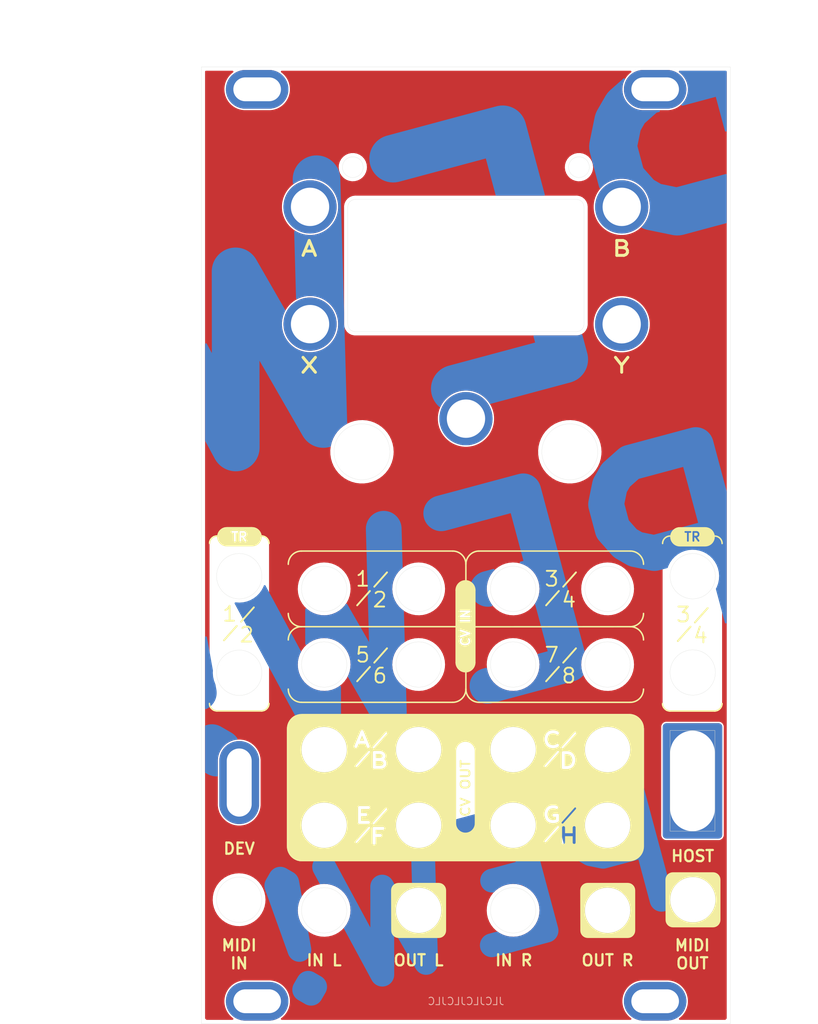
<source format=kicad_pcb>
(kicad_pcb (version 20241229) (generator "pcbnew") (generator_version "9.0")
  (title_block (title "O_C T4.1 4HP Ext. Panel (Trig + TRS MIDI + USB + Host)") (date "2025-03-11") (rev "1"))
  (layers (0 "F.Cu" signal) (2 "B.Cu" signal) (5 "F.SilkS" user "F.Silkscreen") (7 "B.SilkS" user "B.Silkscreen") (1 "F.Mask" user) (3 "B.Mask" user) (25 "Edge.Cuts" user))
  (net 0 "")
  (footprint "MountingHole:MountingHole_3.2mm_M3_DIN965_Pad" (layer "F.Cu") (at 101.64 43.64)
    (property "Reference" "REF**" (hide yes))
    (property "Value" "MountingHole_3.2mm_M3_DIN965_Pad" (hide yes))
    (pad "" thru_hole oval (at 0 0) (size 8.4 5.2) (drill oval 6.4 3.2) (layers "*.Cu" "*.Mask"))
  )
  (footprint "Untitled" (layer "F.Cu") (at 45.728849 136.761761 90)
    (property "Reference" "REF**" (hide yes))
    (property "Value" "Untitled" (hide yes))
    (pad "" thru_hole oval (at 0 0 90) (size 11.15 5.35) (drill oval 9.15 3.35) (layers "*.Cu" "*.Mask"))
  )
  (footprint "MountingHole:MountingHole_3.2mm_M3_DIN965_Pad" (layer "F.Cu") (at 101.64 166.14)
    (property "Reference" "REF**" (hide yes))
    (property "Value" "MountingHole_3.2mm_M3_DIN965_Pad" (hide yes))
    (pad "" thru_hole oval (at 0 0) (size 8.4 5.2) (drill oval 6.4 3.2) (layers "*.Cu" "*.Mask"))
  )
  (footprint "Untitled" (layer "F.Cu") (at 55.25 75.18)
    (property "Reference" "REF**" (hide yes))
    (property "Value" "Untitled" (hide yes))
    (pad "" thru_hole circle (at 0 0) (size 7.15 7.15) (drill 5.15) (layers "*.Cu" "*.Mask"))
  )
  (footprint "MountingHole:MountingHole_3.2mm_M3_DIN965_Pad" (layer "F.Cu") (at 48.14 43.64)
    (property "Reference" "REF**" (hide yes))
    (property "Value" "MountingHole_3.2mm_M3_DIN965_Pad" (hide yes))
    (pad "" thru_hole oval (at 0 0) (size 8.4 5.2) (drill oval 6.4 3.2) (layers "*.Cu" "*.Mask"))
  )
  (footprint "Untitled" (layer "F.Cu") (at 55.25 59.43)
    (property "Reference" "REF**" (hide yes))
    (property "Value" "Untitled" (hide yes))
    (pad "" thru_hole circle (at 0 0) (size 7.15 7.15) (drill 5.15) (layers "*.Cu" "*.Mask"))
  )
  (footprint "Untitled" (layer "F.Cu") (at 106.660739 136.54)
    (property "Reference" "REF**" (hide yes))
    (property "Value" "Untitled" (hide yes))
    (pad "" thru_hole roundrect (at 0 0) (size 8 15.5) (drill oval 6 13.5) (layers "*.Cu" "*.Mask") (roundrect_rratio 0.0625))
  )
  (footprint "Untitled" (layer "F.Cu") (at 76.21 87.88)
    (property "Reference" "REF**" (hide yes))
    (property "Value" "Untitled" (hide yes))
    (pad "" thru_hole circle (at 0 0) (size 7.15 7.15) (drill 5.15) (layers "*.Cu" "*.Mask"))
  )
  (footprint "Untitled" (layer "F.Cu") (at 97.14 75.2)
    (property "Reference" "REF**" (hide yes))
    (property "Value" "Untitled" (hide yes))
    (pad "" thru_hole circle (at 0 0) (size 7.15 7.15) (drill 5.15) (layers "*.Cu" "*.Mask"))
  )
  (footprint "Untitled" (layer "F.Cu") (at 97.15 59.43)
    (property "Reference" "REF**" (hide yes))
    (property "Value" "Untitled" (hide yes))
    (pad "" thru_hole circle (at 0 0) (size 7.15 7.15) (drill 5.15) (layers "*.Cu" "*.Mask"))
  )
  (footprint "MountingHole:MountingHole_3.2mm_M3_DIN965_Pad" (layer "F.Cu") (at 48.14 166.14)
    (property "Reference" "REF**" (hide yes))
    (property "Value" "MountingHole_3.2mm_M3_DIN965_Pad" (hide yes))
    (pad "" thru_hole oval (at 0 0) (size 8.4 5.2) (drill oval 6.4 3.2) (layers "*.Cu" "*.Mask"))
  )
  (gr_arc (start 54.102 115.824) (mid 52.844764 115.303236) (end 52.324 114.046) (stroke (width 0.2)) (layer "F.SilkS"))
  (gr_arc (start 77.978 125.984) (mid 76.720764 125.463236) (end 76.2 124.206) (stroke (width 0.2)) (layer "F.SilkS"))
  (gr_arc (start 48.74 103.64) (mid 49.447107 103.932893) (end 49.74 104.64) (stroke (width 0.2)) (layer "F.SilkS"))
  (gr_arc (start 42.73 127.14) (mid 42.022893 126.847107) (end 41.73 126.14) (stroke (width 0.2)) (layer "F.SilkS"))
  (gr_arc (start 110.63 126.15) (mid 110.337107 126.857107) (end 109.63 127.15) (stroke (width 0.2)) (layer "F.SilkS"))
  (gr_arc (start 52.324 107.442) (mid 52.844764 106.184764) (end 54.102 105.664) (stroke (width 0.2)) (layer "F.SilkS"))
  (gr_arc (start 74.846 110.92) (mid 76.146 109.62) (end 77.446 110.92) (stroke (width 0.1)) (layer "F.SilkS"))
  (gr_line (start 98.298 105.664) (end 77.9272 105.664) (stroke (width 0.2)) (layer "F.SilkS"))
  (gr_arc (start 41.74 104.64) (mid 42.032893 103.932893) (end 42.74 103.64) (stroke (width 0.2)) (layer "F.SilkS"))
  (gr_line (start 98.298 115.824) (end 77.44 115.84) (stroke (width 0.2)) (layer "F.SilkS"))
  (gr_arc (start 74.84 132.54) (mid 76.14 131.24) (end 77.44 132.54) (stroke (width 0.1)) (layer "F.SilkS"))
  (gr_arc (start 109.64 103.65) (mid 110.347107 103.942893) (end 110.64 104.65) (stroke (width 0.2)) (layer "F.SilkS"))
  (gr_line (start 74.84 132.54) (end 74.84 142.24) (stroke (width 0.1)) (layer "F.SilkS"))
  (gr_arc (start 100.076 124.206) (mid 99.555236 125.463236) (end 98.298 125.984) (stroke (width 0.2)) (layer "F.SilkS"))
  (gr_line (start 48.73 127.14) (end 42.73 127.14) (stroke (width 0.2)) (layer "F.SilkS"))
  (gr_line (start 76.198306 107.519659) (end 76.2 109.728) (stroke (width 0.2)) (layer "F.SilkS"))
  (gr_arc (start 98.298 105.664) (mid 99.555236 106.184764) (end 100.076 107.442) (stroke (width 0.2)) (layer "F.SilkS"))
  (gr_line (start 98.298 125.984) (end 77.9272 125.984) (stroke (width 0.2)) (layer "F.SilkS"))
  (gr_arc (start 77.44 142.24) (mid 76.14 143.54) (end 74.84 142.24) (stroke (width 0.1)) (layer "F.SilkS"))
  (gr_arc (start 103.63 127.15) (mid 102.922893 126.857107) (end 102.63 126.15) (stroke (width 0.2)) (layer "F.SilkS"))
  (gr_line (start 109.63 127.15) (end 103.63 127.15) (stroke (width 0.2)) (layer "F.SilkS"))
  (gr_arc (start 102.64 104.65) (mid 102.932893 103.942893) (end 103.64 103.65) (stroke (width 0.2)) (layer "F.SilkS"))
  (gr_arc (start 76.2 107.442) (mid 76.720764 106.184764) (end 77.978 105.664) (stroke (width 0.2)) (layer "F.SilkS"))
  (gr_line (start 74.846 110.92) (end 74.846 120.62) (stroke (width 0.1)) (layer "F.SilkS"))
  (gr_arc (start 98.298 115.824) (mid 99.555236 116.344764) (end 100.076 117.602) (stroke (width 0.2)) (layer "F.SilkS"))
  (gr_arc (start 77.446 120.62) (mid 76.146 121.92) (end 74.846 120.62) (stroke (width 0.1)) (layer "F.SilkS"))
  (gr_arc (start 49.73 126.14) (mid 49.437107 126.847107) (end 48.73 127.14) (stroke (width 0.2)) (layer "F.SilkS"))
  (gr_line (start 76.198306 121.997659) (end 76.2 124.206) (stroke (width 0.2)) (layer "F.SilkS"))
  (gr_arc (start 54.102 125.984) (mid 52.844764 125.463236) (end 52.324 124.206) (stroke (width 0.2)) (layer "F.SilkS"))
  (gr_arc (start 74.422 105.663998) (mid 75.679237 106.184763) (end 76.200002 107.442) (stroke (width 0.2)) (layer "F.SilkS"))
  (gr_arc (start 52.324 117.602) (mid 52.844764 116.344764) (end 54.102 115.824) (stroke (width 0.2)) (layer "F.SilkS"))
  (gr_arc (start 76.200002 124.206) (mid 75.679237 125.463237) (end 74.422 125.984002) (stroke (width 0.2)) (layer "F.SilkS"))
  (gr_line (start 77.446 120.62) (end 77.446 110.92) (stroke (width 0.1)) (layer "F.SilkS"))
  (gr_line (start 74.422 125.984) (end 54.102 125.984) (stroke (width 0.2)) (layer "F.SilkS"))
  (gr_line (start 77.44 142.24) (end 77.44 132.54) (stroke (width 0.1)) (layer "F.SilkS"))
  (gr_arc (start 100.076 114.046) (mid 99.555236 115.303236) (end 98.298 115.824) (stroke (width 0.2)) (layer "F.SilkS"))
  (gr_line (start 74.422 105.664) (end 54.102 105.664) (stroke (width 0.2)) (layer "F.SilkS"))
  (gr_line (start 74.93 115.824) (end 54.102 115.824) (stroke (width 0.2)) (layer "F.SilkS"))
  (gr_poly (pts (xy 93.89618 91.8464) (xy 93.9292 92.329) (xy 93.91396 92.65158) (xy 93.84284 93.13164) (xy 93.70822 93.59646) (xy 93.51518 94.0435) (xy 93.26626 94.46006) (xy 92.96654 94.84106) (xy 92.6211 95.17888) (xy 92.23248 95.47098) (xy 91.81084 95.71228) (xy 91.3638 95.89516) (xy 90.8939 96.01962) (xy 90.41384 96.08058) (xy 89.9287 96.08058) (xy 89.4461 96.01962) (xy 88.97874 95.89516) (xy 88.52916 95.71228) (xy 88.10752 95.47352) (xy 87.7189 95.18142) (xy 87.37346 94.8436) (xy 87.0712 94.4626) (xy 86.82228 94.04604) (xy 86.63178 93.599) (xy 86.49716 93.13418) (xy 86.4235 92.65412) (xy 86.41334 92.16898) (xy 86.46414 91.68638) (xy 86.57844 91.21648) (xy 86.75116 90.76182) (xy 86.9823 90.3351) (xy 87.26424 89.9414) (xy 87.59698 89.58834) (xy 87.97036 89.281) (xy 88.38184 89.02192) (xy 88.8238 88.82126) (xy 89.28608 88.67648) (xy 89.7636 88.59266) (xy 90.24874 88.57234) (xy 90.73134 88.61298) (xy 91.20632 88.71712) (xy 91.66352 88.87968) (xy 92.09532 89.10066) (xy 92.4941 89.37752) (xy 92.85478 89.7001) (xy 93.17228 90.0684) (xy 93.43644 90.4748) (xy 93.6498 90.90914) (xy 93.8022 91.37142)) (stroke (width 0.0254)) (fill no) (layer "Edge.Cuts"))
  (gr_poly (pts (xy 95.74276 123.9139) (xy 95.30842 123.952) (xy 94.87154 123.92914) (xy 94.44482 123.84532) (xy 94.03334 123.70054) (xy 93.64472 123.49734) (xy 93.29166 123.2408) (xy 92.9767 122.93854) (xy 92.71 122.5931) (xy 92.4941 122.2121) (xy 92.33662 121.8057) (xy 92.23756 121.37898) (xy 92.202 120.94464) (xy 92.2274 120.5103) (xy 92.31376 120.08104) (xy 92.46108 119.66956) (xy 92.66682 119.28602) (xy 92.9259 118.93296) (xy 93.2307 118.62054) (xy 93.57868 118.35638) (xy 93.95968 118.14302) (xy 94.36862 117.98808) (xy 94.7928 117.89156) (xy 95.22968 117.85854) (xy 95.66402 117.88648) (xy 96.09074 117.97538) (xy 96.50222 118.12778) (xy 96.88576 118.33352) (xy 97.23628 118.59514) (xy 97.54616 118.90248) (xy 97.80778 119.25046) (xy 98.0186 119.634) (xy 98.171 120.04294) (xy 98.26498 120.46966) (xy 98.298 120.904) (xy 98.27514 121.26214) (xy 98.19386 121.6914) (xy 98.05162 122.10288) (xy 97.85096 122.4915) (xy 97.59696 122.8471) (xy 97.29724 123.16206) (xy 96.9518 123.43384) (xy 96.57334 123.64974) (xy 96.16694 123.8123)) (stroke (width 0.0254)) (fill no) (layer "Edge.Cuts"))
  (gr_poly (pts (xy 61.12256 52.705) (xy 61.41212 52.76088) (xy 61.6839 52.87772) (xy 61.92266 53.0479) (xy 62.12332 53.26634) (xy 62.27318 53.52034) (xy 62.36462 53.80228) (xy 62.3951 54.09438) (xy 62.3824 54.2925) (xy 62.30874 54.57698) (xy 62.1792 54.84368) (xy 61.99632 55.07482) (xy 61.76772 55.26278) (xy 61.5061 55.3974) (xy 61.21908 55.4736) (xy 60.92444 55.49138) (xy 60.63488 55.44312) (xy 60.35802 55.33644) (xy 60.11164 55.17388) (xy 59.9059 54.96306) (xy 59.74588 54.71414) (xy 59.64428 54.43728) (xy 59.60364 54.14518) (xy 59.62396 53.85054) (xy 59.70524 53.56606) (xy 59.84494 53.30698) (xy 60.03798 53.08092) (xy 60.27166 52.90312) (xy 60.53836 52.77612) (xy 60.82538 52.71008)) (stroke (width 0.0254)) (fill no) (layer "Edge.Cuts"))
  (gr_poly (pts (xy 95.22968 150.87854) (xy 95.66402 150.90648) (xy 96.09074 150.99538) (xy 96.50222 151.14778) (xy 96.88576 151.35352) (xy 97.23628 151.61514) (xy 97.54616 151.92248) (xy 97.80778 152.27046) (xy 98.0186 152.654) (xy 98.171 153.06294) (xy 98.26498 153.48966) (xy 98.298 153.924) (xy 98.27514 154.28214) (xy 98.19386 154.7114) (xy 98.05162 155.12288) (xy 97.85096 155.5115) (xy 97.59696 155.8671) (xy 97.29724 156.18206) (xy 96.9518 156.45384) (xy 96.57334 156.66974) (xy 96.16694 156.8323) (xy 95.74276 156.9339) (xy 95.30842 156.972) (xy 94.87154 156.94914) (xy 94.44482 156.86532) (xy 94.03334 156.72054) (xy 93.64472 156.51734) (xy 93.29166 156.2608) (xy 92.9767 155.95854) (xy 92.71 155.6131) (xy 92.4941 155.2321) (xy 92.33662 154.8257) (xy 92.23756 154.39898) (xy 92.202 153.96464) (xy 92.2274 153.5303) (xy 92.31376 153.10104) (xy 92.46108 152.68956) (xy 92.66682 152.30602) (xy 92.9259 151.95296) (xy 93.2307 151.64054) (xy 93.57868 151.37638) (xy 93.95968 151.16302) (xy 94.36862 151.00808) (xy 94.7928 150.91156)) (stroke (width 0.0254)) (fill no) (layer "Edge.Cuts"))
  (gr_poly (pts (xy 45.3136 112.05752) (xy 44.88688 111.96862) (xy 44.4754 111.81622) (xy 44.09186 111.61048) (xy 43.74134 111.34886) (xy 43.43146 111.04152) (xy 43.16984 110.69354) (xy 42.95902 110.31) (xy 42.80662 109.90106) (xy 42.71264 109.47434) (xy 42.67962 109.04) (xy 42.70248 108.68186) (xy 42.78376 108.2526) (xy 42.926 107.84112) (xy 43.12666 107.4525) (xy 43.38066 107.0969) (xy 43.68038 106.78194) (xy 44.02582 106.51016) (xy 44.40428 106.29426) (xy 44.81068 106.1317) (xy 45.23486 106.0301) (xy 45.6692 105.992) (xy 46.10608 106.01486) (xy 46.5328 106.09868) (xy 46.94428 106.24346) (xy 47.3329 106.44666) (xy 47.68596 106.7032) (xy 48.00092 107.00546) (xy 48.26762 107.3509) (xy 48.48352 107.7319) (xy 48.641 108.1383) (xy 48.74006 108.56502) (xy 48.77562 108.99936) (xy 48.75022 109.4337) (xy 48.66386 109.86296) (xy 48.51654 110.27444) (xy 48.3108 110.65798) (xy 48.05172 111.01104) (xy 47.74692 111.32346) (xy 47.39894 111.58762) (xy 47.01794 111.80098) (xy 46.609 111.95592) (xy 46.18482 112.05244) (xy 45.74794 112.08546)) (stroke (width 0.0254)) (fill no) (layer "Edge.Cuts"))
  (gr_rect (start 103.646626 129.766221) (end 109.674851 143.296098) (stroke (width 0.05)) (fill no) (layer "Edge.Cuts"))
  (gr_poly (pts (xy 60.16498 142.05966) (xy 60.198 142.494) (xy 60.17514 142.85214) (xy 60.09386 143.2814) (xy 59.95162 143.69288) (xy 59.75096 144.0815) (xy 59.49696 144.4371) (xy 59.19724 144.75206) (xy 58.8518 145.02384) (xy 58.47334 145.23974) (xy 58.06694 145.4023) (xy 57.64276 145.5039) (xy 57.20842 145.542) (xy 56.77154 145.51914) (xy 56.34482 145.43532) (xy 55.93334 145.29054) (xy 55.54472 145.08734) (xy 55.19166 144.8308) (xy 54.8767 144.52854) (xy 54.61 144.1831) (xy 54.3941 143.8021) (xy 54.23662 143.3957) (xy 54.13756 142.96898) (xy 54.102 142.53464) (xy 54.1274 142.1003) (xy 54.21376 141.67104) (xy 54.36108 141.25956) (xy 54.56682 140.87602) (xy 54.8259 140.52296) (xy 55.1307 140.21054) (xy 55.47868 139.94638) (xy 55.85968 139.73302) (xy 56.26862 139.57808) (xy 56.6928 139.48156) (xy 57.12968 139.44854) (xy 57.56402 139.47648) (xy 57.99074 139.56538) (xy 58.40222 139.71778) (xy 58.78576 139.92352) (xy 59.13628 140.18514) (xy 59.44616 140.49248) (xy 59.70778 140.84046) (xy 59.9186 141.224) (xy 60.071 141.63294)) (stroke (width 0.0254)) (fill no) (layer "Edge.Cuts"))
  (gr_poly (pts (xy 85.3186 131.064) (xy 85.471 131.47294) (xy 85.56498 131.89966) (xy 85.598 132.334) (xy 85.57514 132.69214) (xy 85.49386 133.1214) (xy 85.35162 133.53288) (xy 85.15096 133.9215) (xy 84.89696 134.2771) (xy 84.59724 134.59206) (xy 84.2518 134.86384) (xy 83.87334 135.07974) (xy 83.46694 135.2423) (xy 83.04276 135.3439) (xy 82.60842 135.382) (xy 82.17154 135.35914) (xy 81.74482 135.27532) (xy 81.33334 135.13054) (xy 80.94472 134.92734) (xy 80.59166 134.6708) (xy 80.2767 134.36854) (xy 80.01 134.0231) (xy 79.7941 133.6421) (xy 79.63662 133.2357) (xy 79.53756 132.80898) (xy 79.502 132.37464) (xy 79.5274 131.9403) (xy 79.61376 131.51104) (xy 79.76108 131.09956) (xy 79.96682 130.71602) (xy 80.2259 130.36296) (xy 80.5307 130.05054) (xy 80.87868 129.78638) (xy 81.25968 129.57302) (xy 81.66862 129.41808) (xy 82.0928 129.32156) (xy 82.52968 129.28854) (xy 82.96402 129.31648) (xy 83.39074 129.40538) (xy 83.80222 129.55778) (xy 84.18576 129.76352) (xy 84.53628 130.02514) (xy 84.84616 130.33248) (xy 85.10778 130.68046)) (stroke (width 0.0254)) (fill no) (layer "Edge.Cuts"))
  (gr_poly (pts (xy 106.688989 149.451314) (xy 107.123329 149.479254) (xy 107.550049 149.568154) (xy 107.961529 149.720554) (xy 108.345069 149.926294) (xy 108.695589 150.187914) (xy 109.005469 150.495254) (xy 109.267089 150.843234) (xy 109.477909 151.226774) (xy 109.630309 151.635714) (xy 109.724289 152.062434) (xy 109.757309 152.496774) (xy 109.734449 152.854914) (xy 109.653169 153.284174) (xy 109.510929 153.695654) (xy 109.310269 154.084274) (xy 109.056269 154.439874) (xy 108.756549 154.754834) (xy 108.411109 155.026614) (xy 108.032649 155.242514) (xy 107.626249 155.405074) (xy 107.202069 155.506674) (xy 106.767729 155.544774) (xy 106.330849 155.521914) (xy 105.904129 155.438094) (xy 105.492649 155.293314) (xy 105.104029 155.090114) (xy 104.750969 154.833574) (xy 104.436009 154.531314) (xy 104.169309 154.185874) (xy 103.953409 153.804874) (xy 103.795929 153.398474) (xy 103.696869 152.971754) (xy 103.661309 152.537414) (xy 103.686709 152.103074) (xy 103.773069 151.673814) (xy 103.920389 151.262334) (xy 104.126129 150.878794) (xy 104.385209 150.525734) (xy 104.690009 150.213314) (xy 105.037989 149.949154) (xy 105.418989 149.735794) (xy 105.827929 149.580854) (xy 106.252109 149.484334)) (stroke (width 0.0254)) (fill no) (layer "Edge.Cuts"))
  (gr_line (start 111.76 169.14) (end 40.64 169.14) (stroke (width 0.0254)) (layer "Edge.Cuts"))
  (gr_line (start 40.64 40.64) (end 40.64 169.14) (stroke (width 0.0254)) (layer "Edge.Cuts"))
  (gr_line (start 111.76 40.64) (end 111.76 169.14) (stroke (width 0.0254)) (layer "Edge.Cuts"))
  (gr_poly (pts (xy 67.5767 134.36854) (xy 67.31 134.0231) (xy 67.0941 133.6421) (xy 66.93662 133.2357) (xy 66.83756 132.80898) (xy 66.802 132.37464) (xy 66.8274 131.9403) (xy 66.91376 131.51104) (xy 67.06108 131.09956) (xy 67.26682 130.71602) (xy 67.5259 130.36296) (xy 67.8307 130.05054) (xy 68.17868 129.78638) (xy 68.55968 129.57302) (xy 68.96862 129.41808) (xy 69.3928 129.32156) (xy 69.82968 129.28854) (xy 70.26402 129.31648) (xy 70.69074 129.40538) (xy 71.10222 129.55778) (xy 71.48576 129.76352) (xy 71.83628 130.02514) (xy 72.14616 130.33248) (xy 72.40778 130.68046) (xy 72.6186 131.064) (xy 72.771 131.47294) (xy 72.86498 131.89966) (xy 72.898 132.334) (xy 72.87514 132.69214) (xy 72.79386 133.1214) (xy 72.65162 133.53288) (xy 72.45096 133.9215) (xy 72.19696 134.2771) (xy 71.89724 134.59206) (xy 71.5518 134.86384) (xy 71.17334 135.07974) (xy 70.76694 135.2423) (xy 70.34276 135.3439) (xy 69.90842 135.382) (xy 69.47154 135.35914) (xy 69.04482 135.27532) (xy 68.63334 135.13054) (xy 68.24472 134.92734) (xy 67.89166 134.6708)) (stroke (width 0.0254)) (fill no) (layer "Edge.Cuts"))
  (gr_poly (pts (xy 72.14616 118.90248) (xy 72.40778 119.25046) (xy 72.6186 119.634) (xy 72.771 120.04294) (xy 72.86498 120.46966) (xy 72.898 120.904) (xy 72.87514 121.26214) (xy 72.79386 121.6914) (xy 72.65162 122.10288) (xy 72.45096 122.4915) (xy 72.19696 122.8471) (xy 71.89724 123.16206) (xy 71.5518 123.43384) (xy 71.17334 123.64974) (xy 70.76694 123.8123) (xy 70.34276 123.9139) (xy 69.90842 123.952) (xy 69.47154 123.92914) (xy 69.04482 123.84532) (xy 68.63334 123.70054) (xy 68.24472 123.49734) (xy 67.89166 123.2408) (xy 67.5767 122.93854) (xy 67.31 122.5931) (xy 67.0941 122.2121) (xy 66.93662 121.8057) (xy 66.83756 121.37898) (xy 66.802 120.94464) (xy 66.8274 120.5103) (xy 66.91376 120.08104) (xy 67.06108 119.66956) (xy 67.26682 119.28602) (xy 67.5259 118.93296) (xy 67.8307 118.62054) (xy 68.17868 118.35638) (xy 68.55968 118.14302) (xy 68.96862 117.98808) (xy 69.3928 117.89156) (xy 69.82968 117.85854) (xy 70.26402 117.88648) (xy 70.69074 117.97538) (xy 71.10222 118.12778) (xy 71.48576 118.33352) (xy 71.83628 118.59514)) (stroke (width 0.0254)) (fill no) (layer "Edge.Cuts"))
  (gr_poly (pts (xy 95.22968 139.44854) (xy 95.66402 139.47648) (xy 96.09074 139.56538) (xy 96.50222 139.71778) (xy 96.88576 139.92352) (xy 97.23628 140.18514) (xy 97.54616 140.49248) (xy 97.80778 140.84046) (xy 98.0186 141.224) (xy 98.171 141.63294) (xy 98.26498 142.05966) (xy 98.298 142.494) (xy 98.27514 142.85214) (xy 98.19386 143.2814) (xy 98.05162 143.69288) (xy 97.85096 144.0815) (xy 97.59696 144.4371) (xy 97.29724 144.75206) (xy 96.9518 145.02384) (xy 96.57334 145.23974) (xy 96.16694 145.4023) (xy 95.74276 145.5039) (xy 95.30842 145.542) (xy 94.87154 145.51914) (xy 94.44482 145.43532) (xy 94.03334 145.29054) (xy 93.64472 145.08734) (xy 93.29166 144.8308) (xy 92.9767 144.52854) (xy 92.71 144.1831) (xy 92.4941 143.8021) (xy 92.33662 143.3957) (xy 92.23756 142.96898) (xy 92.202 142.53464) (xy 92.2274 142.1003) (xy 92.31376 141.67104) (xy 92.46108 141.25956) (xy 92.66682 140.87602) (xy 92.9259 140.52296) (xy 93.2307 140.21054) (xy 93.57868 139.94638) (xy 93.95968 139.73302) (xy 94.36862 139.57808) (xy 94.7928 139.48156)) (stroke (width 0.0254)) (fill no) (layer "Edge.Cuts"))
  (gr_poly (pts (xy 72.6186 109.474) (xy 72.771 109.88294) (xy 72.86498 110.30966) (xy 72.898 110.744) (xy 72.87514 111.10214) (xy 72.79386 111.5314) (xy 72.65162 111.94288) (xy 72.45096 112.3315) (xy 72.19696 112.6871) (xy 71.89724 113.00206) (xy 71.5518 113.27384) (xy 71.17334 113.48974) (xy 70.76694 113.6523) (xy 70.34276 113.7539) (xy 69.90842 113.792) (xy 69.47154 113.76914) (xy 69.04482 113.68532) (xy 68.63334 113.54054) (xy 68.24472 113.33734) (xy 67.89166 113.0808) (xy 67.5767 112.77854) (xy 67.31 112.4331) (xy 67.0941 112.0521) (xy 66.93662 111.6457) (xy 66.83756 111.21898) (xy 66.802 110.78464) (xy 66.8274 110.3503) (xy 66.91376 109.92104) (xy 67.06108 109.50956) (xy 67.26682 109.12602) (xy 67.5259 108.77296) (xy 67.8307 108.46054) (xy 68.17868 108.19638) (xy 68.55968 107.98302) (xy 68.96862 107.82808) (xy 69.3928 107.73156) (xy 69.82968 107.69854) (xy 70.26402 107.72648) (xy 70.69074 107.81538) (xy 71.10222 107.96778) (xy 71.48576 108.17352) (xy 71.83628 108.43514) (xy 72.14616 108.74248) (xy 72.40778 109.09046)) (stroke (width 0.0254)) (fill no) (layer "Edge.Cuts"))
  (gr_poly (pts (xy 59.75096 155.5115) (xy 59.49696 155.8671) (xy 59.19724 156.18206) (xy 58.8518 156.45384) (xy 58.47334 156.66974) (xy 58.06694 156.8323) (xy 57.64276 156.9339) (xy 57.20842 156.972) (xy 56.77154 156.94914) (xy 56.34482 156.86532) (xy 55.93334 156.72054) (xy 55.54472 156.51734) (xy 55.19166 156.2608) (xy 54.8767 155.95854) (xy 54.61 155.6131) (xy 54.3941 155.2321) (xy 54.23662 154.8257) (xy 54.13756 154.39898) (xy 54.102 153.96464) (xy 54.1274 153.5303) (xy 54.21376 153.10104) (xy 54.36108 152.68956) (xy 54.56682 152.30602) (xy 54.8259 151.95296) (xy 55.1307 151.64054) (xy 55.47868 151.37638) (xy 55.85968 151.16302) (xy 56.26862 151.00808) (xy 56.6928 150.91156) (xy 57.12968 150.87854) (xy 57.56402 150.90648) (xy 57.99074 150.99538) (xy 58.40222 151.14778) (xy 58.78576 151.35352) (xy 59.13628 151.61514) (xy 59.44616 151.92248) (xy 59.70778 152.27046) (xy 59.9186 152.654) (xy 60.071 153.06294) (xy 60.16498 153.48966) (xy 60.198 153.924) (xy 60.17514 154.28214) (xy 60.09386 154.7114) (xy 59.95162 155.12288)) (stroke (width 0.0254)) (fill no) (layer "Edge.Cuts"))
  (gr_poly (pts (xy 54.13756 132.80898) (xy 54.102 132.37464) (xy 54.1274 131.9403) (xy 54.21376 131.51104) (xy 54.36108 131.09956) (xy 54.56682 130.71602) (xy 54.8259 130.36296) (xy 55.1307 130.05054) (xy 55.47868 129.78638) (xy 55.85968 129.57302) (xy 56.26862 129.41808) (xy 56.6928 129.32156) (xy 57.12968 129.28854) (xy 57.56402 129.31648) (xy 57.99074 129.40538) (xy 58.40222 129.55778) (xy 58.78576 129.76352) (xy 59.13628 130.02514) (xy 59.44616 130.33248) (xy 59.70778 130.68046) (xy 59.9186 131.064) (xy 60.071 131.47294) (xy 60.16498 131.89966) (xy 60.198 132.334) (xy 60.17514 132.69214) (xy 60.09386 133.1214) (xy 59.95162 133.53288) (xy 59.75096 133.9215) (xy 59.49696 134.2771) (xy 59.19724 134.59206) (xy 58.8518 134.86384) (xy 58.47334 135.07974) (xy 58.06694 135.2423) (xy 57.64276 135.3439) (xy 57.20842 135.382) (xy 56.77154 135.35914) (xy 56.34482 135.27532) (xy 55.93334 135.13054) (xy 55.54472 134.92734) (xy 55.19166 134.6708) (xy 54.8767 134.36854) (xy 54.61 134.0231) (xy 54.3941 133.6421) (xy 54.23662 133.2357)) (stroke (width 0.0254)) (fill no) (layer "Edge.Cuts"))
  (gr_poly (pts (xy 54.8259 108.77296) (xy 55.1307 108.46054) (xy 55.47868 108.19638) (xy 55.85968 107.98302) (xy 56.26862 107.82808) (xy 56.6928 107.73156) (xy 57.12968 107.69854) (xy 57.56402 107.72648) (xy 57.99074 107.81538) (xy 58.40222 107.96778) (xy 58.78576 108.17352) (xy 59.13628 108.43514) (xy 59.44616 108.74248) (xy 59.70778 109.09046) (xy 59.9186 109.474) (xy 60.071 109.88294) (xy 60.16498 110.30966) (xy 60.198 110.744) (xy 60.17514 111.10214) (xy 60.09386 111.5314) (xy 59.95162 111.94288) (xy 59.75096 112.3315) (xy 59.49696 112.6871) (xy 59.19724 113.00206) (xy 58.8518 113.27384) (xy 58.47334 113.48974) (xy 58.06694 113.6523) (xy 57.64276 113.7539) (xy 57.20842 113.792) (xy 56.77154 113.76914) (xy 56.34482 113.68532) (xy 55.93334 113.54054) (xy 55.54472 113.33734) (xy 55.19166 113.0808) (xy 54.8767 112.77854) (xy 54.61 112.4331) (xy 54.3941 112.0521) (xy 54.23662 111.6457) (xy 54.13756 111.21898) (xy 54.102 110.78464) (xy 54.1274 110.3503) (xy 54.21376 109.92104) (xy 54.36108 109.50956) (xy 54.56682 109.12602)) (stroke (width 0.0254)) (fill no) (layer "Edge.Cuts"))
  (gr_poly (pts (xy 45.313599 125.032247) (xy 44.886879 124.943347) (xy 44.475399 124.790947) (xy 44.091859 124.585207) (xy 43.741339 124.323587) (xy 43.431459 124.016247) (xy 43.169839 123.668267) (xy 42.959019 123.284727) (xy 42.806619 122.875787) (xy 42.712639 122.449067) (xy 42.679619 122.014727) (xy 42.702479 121.656587) (xy 42.783759 121.227327) (xy 42.925999 120.815847) (xy 43.126659 120.427227) (xy 43.380659 120.071627) (xy 43.680379 119.756667) (xy 44.025819 119.484887) (xy 44.404279 119.268987) (xy 44.810679 119.106427) (xy 45.234859 119.004827) (xy 45.669199 118.966727) (xy 46.106079 118.989587) (xy 46.532799 119.073407) (xy 46.944279 119.218187) (xy 47.332899 119.421387) (xy 47.685959 119.677927) (xy 48.000919 119.980187) (xy 48.267619 120.325627) (xy 48.483519 120.706627) (xy 48.640999 121.113027) (xy 48.740059 121.539747) (xy 48.775619 121.974087) (xy 48.750219 122.408427) (xy 48.663859 122.837687) (xy 48.516539 123.249167) (xy 48.310799 123.632707) (xy 48.051719 123.985767) (xy 47.746919 124.298187) (xy 47.398939 124.562347) (xy 47.017939 124.775707) (xy 46.608999 124.930647) (xy 46.184819 125.027167) (xy 45.747939 125.060187)) (stroke (width 0.0254)) (fill no) (layer "Edge.Cuts"))
  (gr_poly (pts (xy 106.27798 124.99816) (xy 105.85126 124.90926) (xy 105.43978 124.75686) (xy 105.05624 124.55112) (xy 104.70572 124.2895) (xy 104.39584 123.98216) (xy 104.13422 123.63418) (xy 103.9234 123.25064) (xy 103.771 122.8417) (xy 103.67702 122.41498) (xy 103.644 121.98064) (xy 103.66686 121.6225) (xy 103.74814 121.19324) (xy 103.89038 120.78176) (xy 104.09104 120.39314) (xy 104.34504 120.03754) (xy 104.64476 119.72258) (xy 104.9902 119.4508) (xy 105.36866 119.2349) (xy 105.77506 119.07234) (xy 106.19924 118.97074) (xy 106.63358 118.93264) (xy 107.07046 118.9555) (xy 107.49718 119.03932) (xy 107.90866 119.1841) (xy 108.29728 119.3873) (xy 108.65034 119.64384) (xy 108.9653 119.9461) (xy 109.232 120.29154) (xy 109.4479 120.67254) (xy 109.60538 121.07894) (xy 109.70444 121.50566) (xy 109.74 121.94) (xy 109.7146 122.37434) (xy 109.62824 122.8036) (xy 109.48092 123.21508) (xy 109.27518 123.59862) (xy 109.0161 123.95168) (xy 108.7113 124.2641) (xy 108.36332 124.52826) (xy 107.98232 124.74162) (xy 107.57338 124.89656) (xy 107.1492 124.99308) (xy 106.71232 125.0261)) (stroke (width 0.0254)) (fill no) (layer "Edge.Cuts"))
  (gr_poly (pts (xy 93.64472 134.92734) (xy 93.29166 134.6708) (xy 92.9767 134.36854) (xy 92.71 134.0231) (xy 92.4941 133.6421) (xy 92.33662 133.2357) (xy 92.23756 132.80898) (xy 92.202 132.37464) (xy 92.2274 131.9403) (xy 92.31376 131.51104) (xy 92.46108 131.09956) (xy 92.66682 130.71602) (xy 92.9259 130.36296) (xy 93.2307 130.05054) (xy 93.57868 129.78638) (xy 93.95968 129.57302) (xy 94.36862 129.41808) (xy 94.7928 129.32156) (xy 95.22968 129.28854) (xy 95.66402 129.31648) (xy 96.09074 129.40538) (xy 96.50222 129.55778) (xy 96.88576 129.76352) (xy 97.23628 130.02514) (xy 97.54616 130.33248) (xy 97.80778 130.68046) (xy 98.0186 131.064) (xy 98.171 131.47294) (xy 98.26498 131.89966) (xy 98.298 132.334) (xy 98.27514 132.69214) (xy 98.19386 133.1214) (xy 98.05162 133.53288) (xy 97.85096 133.9215) (xy 97.59696 134.2771) (xy 97.29724 134.59206) (xy 96.9518 134.86384) (xy 96.57334 135.07974) (xy 96.16694 135.2423) (xy 95.74276 135.3439) (xy 95.30842 135.382) (xy 94.87154 135.35914) (xy 94.44482 135.27532) (xy 94.03334 135.13054)) (stroke (width 0.0254)) (fill no) (layer "Edge.Cuts"))
  (gr_poly (pts (xy 65.8622 91.37142) (xy 65.95618 91.8464) (xy 65.9892 92.329) (xy 65.97396 92.65158) (xy 65.90284 93.13164) (xy 65.76822 93.59646) (xy 65.57518 94.0435) (xy 65.32626 94.46006) (xy 65.02654 94.84106) (xy 64.6811 95.17888) (xy 64.29248 95.47098) (xy 63.87084 95.71228) (xy 63.4238 95.89516) (xy 62.9539 96.01962) (xy 62.47384 96.08058) (xy 61.9887 96.08058) (xy 61.5061 96.01962) (xy 61.03874 95.89516) (xy 60.58916 95.71228) (xy 60.16752 95.47352) (xy 59.7789 95.18142) (xy 59.43346 94.8436) (xy 59.1312 94.4626) (xy 58.88228 94.04604) (xy 58.69178 93.599) (xy 58.55716 93.13418) (xy 58.4835 92.65412) (xy 58.47334 92.16898) (xy 58.52414 91.68638) (xy 58.63844 91.21648) (xy 58.81116 90.76182) (xy 59.0423 90.3351) (xy 59.32424 89.9414) (xy 59.65698 89.58834) (xy 60.03036 89.281) (xy 60.44184 89.02192) (xy 60.8838 88.82126) (xy 61.34608 88.67648) (xy 61.8236 88.59266) (xy 62.30874 88.57234) (xy 62.79134 88.61298) (xy 63.26632 88.71712) (xy 63.72352 88.87968) (xy 64.15532 89.10066) (xy 64.5541 89.37752) (xy 64.91478 89.7001) (xy 65.23228 90.0684) (xy 65.49644 90.4748) (xy 65.7098 90.90914)) (stroke (width 0.0254)) (fill no) (layer "Edge.Cuts"))
  (gr_poly (pts (xy 48.31588 154.08686) (xy 48.06188 154.44246) (xy 47.76216 154.75742) (xy 47.41672 155.0292) (xy 47.03826 155.2451) (xy 46.63186 155.40766) (xy 46.20768 155.50926) (xy 45.77334 155.54736) (xy 45.33646 155.5245) (xy 44.90974 155.44068) (xy 44.49826 155.2959) (xy 44.10964 155.0927) (xy 43.75658 154.83616) (xy 43.44162 154.5339) (xy 43.17492 154.18846) (xy 42.95902 153.80746) (xy 42.80154 153.40106) (xy 42.70248 152.97434) (xy 42.66692 152.54) (xy 42.69232 152.10566) (xy 42.77868 151.6764) (xy 42.926 151.26492) (xy 43.13174 150.88138) (xy 43.39082 150.52832) (xy 43.69562 150.2159) (xy 44.0436 149.95174) (xy 44.4246 149.73838) (xy 44.83354 149.58344) (xy 45.25772 149.48692) (xy 45.6946 149.4539) (xy 46.12894 149.48184) (xy 46.55566 149.57074) (xy 46.96714 149.72314) (xy 47.35068 149.92888) (xy 47.7012 150.1905) (xy 48.01108 150.49784) (xy 48.2727 150.84582) (xy 48.48352 151.22936) (xy 48.63592 151.6383) (xy 48.7299 152.06502) (xy 48.76292 152.49936) (xy 48.74006 152.8575) (xy 48.65878 153.28676) (xy 48.51654 153.69824)) (stroke (width 0.0254)) (fill no) (layer "Edge.Cuts"))
  (gr_poly (pts (xy 55.19166 123.2408) (xy 54.8767 122.93854) (xy 54.61 122.5931) (xy 54.3941 122.2121) (xy 54.23662 121.8057) (xy 54.13756 121.37898) (xy 54.102 120.94464) (xy 54.1274 120.5103) (xy 54.21376 120.08104) (xy 54.36108 119.66956) (xy 54.56682 119.28602) (xy 54.8259 118.93296) (xy 55.1307 118.62054) (xy 55.47868 118.35638) (xy 55.85968 118.14302) (xy 56.26862 117.98808) (xy 56.6928 117.89156) (xy 57.12968 117.85854) (xy 57.56402 117.88648) (xy 57.99074 117.97538) (xy 58.40222 118.12778) (xy 58.78576 118.33352) (xy 59.13628 118.59514) (xy 59.44616 118.90248) (xy 59.70778 119.25046) (xy 59.9186 119.634) (xy 60.071 120.04294) (xy 60.16498 120.46966) (xy 60.198 120.904) (xy 60.17514 121.26214) (xy 60.09386 121.6914) (xy 59.95162 122.10288) (xy 59.75096 122.4915) (xy 59.49696 122.8471) (xy 59.19724 123.16206) (xy 58.8518 123.43384) (xy 58.47334 123.64974) (xy 58.06694 123.8123) (xy 57.64276 123.9139) (xy 57.20842 123.952) (xy 56.77154 123.92914) (xy 56.34482 123.84532) (xy 55.93334 123.70054) (xy 55.54472 123.49734)) (stroke (width 0.0254)) (fill no) (layer "Edge.Cuts"))
  (gr_poly (pts (xy 84.84616 108.74248) (xy 85.10778 109.09046) (xy 85.3186 109.474) (xy 85.471 109.88294) (xy 85.56498 110.30966) (xy 85.598 110.744) (xy 85.57514 111.10214) (xy 85.49386 111.5314) (xy 85.35162 111.94288) (xy 85.15096 112.3315) (xy 84.89696 112.6871) (xy 84.59724 113.00206) (xy 84.2518 113.27384) (xy 83.87334 113.48974) (xy 83.46694 113.6523) (xy 83.04276 113.7539) (xy 82.60842 113.792) (xy 82.17154 113.76914) (xy 81.74482 113.68532) (xy 81.33334 113.54054) (xy 80.94472 113.33734) (xy 80.59166 113.0808) (xy 80.2767 112.77854) (xy 80.01 112.4331) (xy 79.7941 112.0521) (xy 79.63662 111.6457) (xy 79.53756 111.21898) (xy 79.502 110.78464) (xy 79.5274 110.3503) (xy 79.61376 109.92104) (xy 79.76108 109.50956) (xy 79.96682 109.12602) (xy 80.2259 108.77296) (xy 80.5307 108.46054) (xy 80.87868 108.19638) (xy 81.25968 107.98302) (xy 81.66862 107.82808) (xy 82.0928 107.73156) (xy 82.52968 107.69854) (xy 82.96402 107.72648) (xy 83.39074 107.81538) (xy 83.80222 107.96778) (xy 84.18576 108.17352) (xy 84.53628 108.43514)) (stroke (width 0.0254)) (fill no) (layer "Edge.Cuts"))
  (gr_poly (pts (xy 80.94472 145.08734) (xy 80.59166 144.8308) (xy 80.2767 144.52854) (xy 80.01 144.1831) (xy 79.7941 143.8021) (xy 79.63662 143.3957) (xy 79.53756 142.96898) (xy 79.502 142.53464) (xy 79.5274 142.1003) (xy 79.61376 141.67104) (xy 79.76108 141.25956) (xy 79.96682 140.87602) (xy 80.2259 140.52296) (xy 80.5307 140.21054) (xy 80.87868 139.94638) (xy 81.25968 139.73302) (xy 81.66862 139.57808) (xy 82.0928 139.48156) (xy 82.52968 139.44854) (xy 82.96402 139.47648) (xy 83.39074 139.56538) (xy 83.80222 139.71778) (xy 84.18576 139.92352) (xy 84.53628 140.18514) (xy 84.84616 140.49248) (xy 85.10778 140.84046) (xy 85.3186 141.224) (xy 85.471 141.63294) (xy 85.56498 142.05966) (xy 85.598 142.494) (xy 85.57514 142.85214) (xy 85.49386 143.2814) (xy 85.35162 143.69288) (xy 85.15096 144.0815) (xy 84.89696 144.4371) (xy 84.59724 144.75206) (xy 84.2518 145.02384) (xy 83.87334 145.23974) (xy 83.46694 145.4023) (xy 83.04276 145.5039) (xy 82.60842 145.542) (xy 82.17154 145.51914) (xy 81.74482 145.43532) (xy 81.33334 145.29054)) (stroke (width 0.0254)) (fill no) (layer "Edge.Cuts"))
  (gr_poly (pts (xy 91.3257 55.49138) (xy 91.0336 55.44312) (xy 90.75928 55.33644) (xy 90.51036 55.17388) (xy 90.30462 54.96306) (xy 90.14714 54.71414) (xy 90.043 54.43728) (xy 90.00236 54.14518) (xy 90.02268 53.85054) (xy 90.1065 53.56606) (xy 90.2462 53.30698) (xy 90.4367 53.08092) (xy 90.67292 52.90312) (xy 90.93962 52.77612) (xy 91.22664 52.71008) (xy 91.52128 52.705) (xy 91.81084 52.76088) (xy 92.08262 52.87772) (xy 92.32392 53.0479) (xy 92.52204 53.26634) (xy 92.6719 53.52034) (xy 92.76334 53.80228) (xy 92.79636 54.09438) (xy 92.78112 54.2925) (xy 92.71 54.57698) (xy 92.57792 54.84368) (xy 92.39504 55.07482) (xy 92.16644 55.26278) (xy 91.90482 55.3974) (xy 91.62034 55.4736)) (stroke (width 0.0254)) (fill no) (layer "Edge.Cuts"))
  (gr_poly (pts (xy 79.502 120.94464) (xy 79.5274 120.5103) (xy 79.61376 120.08104) (xy 79.76108 119.66956) (xy 79.96682 119.28602) (xy 80.2259 118.93296) (xy 80.5307 118.62054) (xy 80.87868 118.35638) (xy 81.25968 118.14302) (xy 81.66862 117.98808) (xy 82.0928 117.89156) (xy 82.52968 117.85854) (xy 82.96402 117.88648) (xy 83.39074 117.97538) (xy 83.80222 118.12778) (xy 84.18576 118.33352) (xy 84.53628 118.59514) (xy 84.84616 118.90248) (xy 85.10778 119.25046) (xy 85.3186 119.634) (xy 85.471 120.04294) (xy 85.56498 120.46966) (xy 85.598 120.904) (xy 85.57514 121.26214) (xy 85.49386 121.6914) (xy 85.35162 122.10288) (xy 85.15096 122.4915) (xy 84.89696 122.8471) (xy 84.59724 123.16206) (xy 84.2518 123.43384) (xy 83.87334 123.64974) (xy 83.46694 123.8123) (xy 83.04276 123.9139) (xy 82.60842 123.952) (xy 82.17154 123.92914) (xy 81.74482 123.84532) (xy 81.33334 123.70054) (xy 80.94472 123.49734) (xy 80.59166 123.2408) (xy 80.2767 122.93854) (xy 80.01 122.5931) (xy 79.7941 122.2121) (xy 79.63662 121.8057) (xy 79.53756 121.37898)) (stroke (width 0.0254)) (fill no) (layer "Edge.Cuts"))
  (gr_line (start 40.64 40.64) (end 111.76 40.64) (stroke (width 0.0254)) (layer "Edge.Cuts"))
  (gr_poly (pts (xy 68.55968 151.16302) (xy 68.96862 151.00808) (xy 69.3928 150.91156) (xy 69.82968 150.87854) (xy 70.26402 150.90648) (xy 70.69074 150.99538) (xy 71.10222 151.14778) (xy 71.48576 151.35352) (xy 71.83628 151.61514) (xy 72.14616 151.92248) (xy 72.40778 152.27046) (xy 72.6186 152.654) (xy 72.771 153.06294) (xy 72.86498 153.48966) (xy 72.898 153.924) (xy 72.87514 154.28214) (xy 72.79386 154.7114) (xy 72.65162 155.12288) (xy 72.45096 155.5115) (xy 72.19696 155.8671) (xy 71.89724 156.18206) (xy 71.5518 156.45384) (xy 71.17334 156.66974) (xy 70.76694 156.8323) (xy 70.34276 156.9339) (xy 69.90842 156.972) (xy 69.47154 156.94914) (xy 69.04482 156.86532) (xy 68.63334 156.72054) (xy 68.24472 156.51734) (xy 67.89166 156.2608) (xy 67.5767 155.95854) (xy 67.31 155.6131) (xy 67.0941 155.2321) (xy 66.93662 154.8257) (xy 66.83756 154.39898) (xy 66.802 153.96464) (xy 66.8274 153.5303) (xy 66.91376 153.10104) (xy 67.06108 152.68956) (xy 67.26682 152.30602) (xy 67.5259 151.95296) (xy 67.8307 151.64054) (xy 68.17868 151.37638)) (stroke (width 0.0254)) (fill no) (layer "Edge.Cuts"))
  (gr_poly (pts (xy 106.27398 112.05752) (xy 105.84726 111.96862) (xy 105.43578 111.81622) (xy 105.05224 111.61048) (xy 104.70172 111.34886) (xy 104.39184 111.04152) (xy 104.13022 110.69354) (xy 103.9194 110.31) (xy 103.767 109.90106) (xy 103.67302 109.47434) (xy 103.64 109.04) (xy 103.66286 108.68186) (xy 103.74414 108.2526) (xy 103.88638 107.84112) (xy 104.08704 107.4525) (xy 104.34104 107.0969) (xy 104.64076 106.78194) (xy 104.9862 106.51016) (xy 105.36466 106.29426) (xy 105.77106 106.1317) (xy 106.19524 106.0301) (xy 106.62958 105.992) (xy 107.06646 106.01486) (xy 107.49318 106.09868) (xy 107.90466 106.24346) (xy 108.29328 106.44666) (xy 108.64634 106.7032) (xy 108.9613 107.00546) (xy 109.228 107.3509) (xy 109.4439 107.7319) (xy 109.60138 108.1383) (xy 109.70044 108.56502) (xy 109.736 108.99936) (xy 109.7106 109.4337) (xy 109.62424 109.86296) (xy 109.47692 110.27444) (xy 109.27118 110.65798) (xy 109.0121 111.01104) (xy 108.7073 111.32346) (xy 108.35932 111.58762) (xy 107.97832 111.80098) (xy 107.56938 111.95592) (xy 107.1452 112.05244) (xy 106.70832 112.08546)) (stroke (width 0.0254)) (fill no) (layer "Edge.Cuts"))
  (gr_poly (pts (xy 60.32754 59.35472) (xy 60.37834 59.10834) (xy 60.48756 58.88228) (xy 60.65012 58.68924) (xy 60.85586 58.54446) (xy 61.08954 58.45302) (xy 61.341 58.42) (xy 91.059 58.42) (xy 91.14028 58.42508) (xy 91.38666 58.47588) (xy 91.61272 58.5851) (xy 91.80576 58.74766) (xy 91.95054 58.9534) (xy 92.04198 59.18708) (xy 92.075 59.436) (xy 92.075 75.184) (xy 92.06992 75.26782) (xy 92.01912 75.5142) (xy 91.9099 75.74026) (xy 91.74734 75.9333) (xy 91.5416 76.07808) (xy 91.30792 76.16952) (xy 91.059 76.2) (xy 61.341 76.2) (xy 61.25718 76.19746) (xy 61.0108 76.14666) (xy 60.78474 76.03744) (xy 60.5917 75.87488) (xy 60.44692 75.66914) (xy 60.35548 75.43546) (xy 60.325 75.184) (xy 60.325 59.436)) (stroke (width 0.0254)) (fill no) (layer "Edge.Cuts"))
  (gr_poly (pts (xy 92.33662 111.6457) (xy 92.23756 111.21898) (xy 92.202 110.78464) (xy 92.2274 110.3503) (xy 92.31376 109.92104) (xy 92.46108 109.50956) (xy 92.66682 109.12602) (xy 92.9259 108.77296) (xy 93.2307 108.46054) (xy 93.57868 108.19638) (xy 93.95968 107.98302) (xy 94.36862 107.82808) (xy 94.7928 107.73156) (xy 95.22968 107.69854) (xy 95.66402 107.72648) (xy 96.09074 107.81538) (xy 96.50222 107.96778) (xy 96.88576 108.17352) (xy 97.23628 108.43514) (xy 97.54616 108.74248) (xy 97.80778 109.09046) (xy 98.0186 109.474) (xy 98.171 109.88294) (xy 98.26498 110.30966) (xy 98.298 110.744) (xy 98.27514 111.10214) (xy 98.19386 111.5314) (xy 98.05162 111.94288) (xy 97.85096 112.3315) (xy 97.59696 112.6871) (xy 97.29724 113.00206) (xy 96.9518 113.27384) (xy 96.57334 113.48974) (xy 96.16694 113.6523) (xy 95.74276 113.7539) (xy 95.30842 113.792) (xy 94.87154 113.76914) (xy 94.44482 113.68532) (xy 94.03334 113.54054) (xy 93.64472 113.33734) (xy 93.29166 113.0808) (xy 92.9767 112.77854) (xy 92.71 112.4331) (xy 92.4941 112.0521)) (stroke (width 0.0254)) (fill no) (layer "Edge.Cuts"))
  (gr_poly (pts (xy 83.80222 151.14778) (xy 84.18576 151.35352) (xy 84.53628 151.61514) (xy 84.84616 151.92248) (xy 85.10778 152.27046) (xy 85.3186 152.654) (xy 85.471 153.06294) (xy 85.56498 153.48966) (xy 85.598 153.924) (xy 85.57514 154.28214) (xy 85.49386 154.7114) (xy 85.35162 155.12288) (xy 85.15096 155.5115) (xy 84.89696 155.8671) (xy 84.59724 156.18206) (xy 84.2518 156.45384) (xy 83.87334 156.66974) (xy 83.46694 156.8323) (xy 83.04276 156.9339) (xy 82.60842 156.972) (xy 82.17154 156.94914) (xy 81.74482 156.86532) (xy 81.33334 156.72054) (xy 80.94472 156.51734) (xy 80.59166 156.2608) (xy 80.2767 155.95854) (xy 80.01 155.6131) (xy 79.7941 155.2321) (xy 79.63662 154.8257) (xy 79.53756 154.39898) (xy 79.502 153.96464) (xy 79.5274 153.5303) (xy 79.61376 153.10104) (xy 79.76108 152.68956) (xy 79.96682 152.30602) (xy 80.2259 151.95296) (xy 80.5307 151.64054) (xy 80.87868 151.37638) (xy 81.25968 151.16302) (xy 81.66862 151.00808) (xy 82.0928 150.91156) (xy 82.52968 150.87854) (xy 82.96402 150.90648) (xy 83.39074 150.99538)) (stroke (width 0.0254)) (fill no) (layer "Edge.Cuts"))
  (gr_poly (pts (xy 72.86498 142.05966) (xy 72.898 142.494) (xy 72.87514 142.85214) (xy 72.79386 143.2814) (xy 72.65162 143.69288) (xy 72.45096 144.0815) (xy 72.19696 144.4371) (xy 71.89724 144.75206) (xy 71.5518 145.02384) (xy 71.17334 145.23974) (xy 70.76694 145.4023) (xy 70.34276 145.5039) (xy 69.90842 145.542) (xy 69.47154 145.51914) (xy 69.04482 145.43532) (xy 68.63334 145.29054) (xy 68.24472 145.08734) (xy 67.89166 144.8308) (xy 67.5767 144.52854) (xy 67.31 144.1831) (xy 67.0941 143.8021) (xy 66.93662 143.3957) (xy 66.83756 142.96898) (xy 66.802 142.53464) (xy 66.8274 142.1003) (xy 66.91376 141.67104) (xy 67.06108 141.25956) (xy 67.26682 140.87602) (xy 67.5259 140.52296) (xy 67.8307 140.21054) (xy 68.17868 139.94638) (xy 68.55968 139.73302) (xy 68.96862 139.57808) (xy 69.3928 139.48156) (xy 69.82968 139.44854) (xy 70.26402 139.47648) (xy 70.69074 139.56538) (xy 71.10222 139.71778) (xy 71.48576 139.92352) (xy 71.83628 140.18514) (xy 72.14616 140.49248) (xy 72.40778 140.84046) (xy 72.6186 141.224) (xy 72.771 141.63294)) (stroke (width 0.0254)) (fill no) (layer "Edge.Cuts"))
  (gr_text "TR" (at 45.74 103.74 0) (layer "F.SilkS" knockout) (effects (font (size 1.2 1.2) (thickness 0.24) (bold yes))))
  (gr_text "CV IN" (at 76.14 115.960129 90) (layer "F.SilkS" knockout) (effects (font (size 1.2 1.2) (thickness 0.24) (bold yes))))
  (gr_text "/" (at 62.34 132.64 0) (layer "F.SilkS" knockout) (effects (font (size 1.5 2) (thickness 0.25)) (justify top)))
  (gr_text "IN L" (at 57.14 160.64 0) (layer "F.SilkS") (effects (font (size 1.5 1.5) (thickness 0.3) (bold yes))))
  (gr_text "/" (at 87.74 142.74 0) (layer "F.SilkS" knockout) (effects (font (size 1.5 2) (thickness 0.25)) (justify top)))
  (gr_text "H" (at 90.04 142.74 0) (layer "F.SilkS" knockout) (effects (font (size 2 2.5) (thickness 0.4) (bold yes)) (justify top)))
  (gr_text "OUT R" (at 95.24 160.64 0) (layer "F.SilkS") (effects (font (size 1.5 1.5) (thickness 0.3) (bold yes))))
  (gr_text "Y" (at 97.14 80.74 0) (layer "F.SilkS") (effects (font (size 2 2.5) (thickness 0.4) (bold yes))))
  (gr_text "3" (at 87.74 108.24 0) (layer "F.SilkS") (effects (font (size 2 2) (thickness 0.25)) (justify top)))
  (gr_text "4" (at 107.74 115.84 0) (layer "F.SilkS") (effects (font (size 2 2) (thickness 0.25)) (justify top)))
  (gr_text "2" (at 64.64 111.04 0) (layer "F.SilkS") (effects (font (size 2 2) (thickness 0.25)) (justify top)))
  (gr_text "X" (at 55.14 80.74 0) (layer "F.SilkS") (effects (font (size 2 2.5) (thickness 0.4) (bold yes))))
  (gr_text "4" (at 90.04 111.04 0) (layer "F.SilkS") (effects (font (size 2 2) (thickness 0.25)) (justify top)))
  (gr_text "2" (at 46.74 115.74 0) (layer "F.SilkS") (effects (font (size 2 2) (thickness 0.25)) (justify top)))
  (gr_text "/" (at 90.04 130.14 0) (layer "F.SilkS" knockout) (effects (font (size 1.5 2) (thickness 0.25)) (justify top)))
  (gr_text "/" (at 90.14 108.54 0) (layer "F.SilkS") (effects (font (size 1.5 2) (thickness 0.25)) (justify top)))
  (gr_text "6" (at 64.64 121.24 0) (layer "F.SilkS") (effects (font (size 2 2) (thickness 0.25)) (justify top)))
  (gr_text "/" (at 87.74 132.64 0) (layer "F.SilkS" knockout) (effects (font (size 1.5 2) (thickness 0.25)) (justify top)))
  (gr_text "DEV" (at 45.72 145.64 0) (layer "F.SilkS") (effects (font (size 1.5 1.5) (thickness 0.3) (bold yes))))
  (gr_text "1" (at 44.44 112.94 0) (layer "F.SilkS") (effects (font (size 2 2) (thickness 0.25)) (justify top)))
  (gr_text "/" (at 107.84 113.34 0) (layer "F.SilkS") (effects (font (size 1.5 2) (thickness 0.25)) (justify top)))
  (gr_text "A" (at 55.14 65.04 0) (layer "F.SilkS") (effects (font (size 2 2.5) (thickness 0.4) (bold yes))))
  (gr_text "MIDI\nOUT" (at 106.64 159.84 0) (layer "F.SilkS") (effects (font (size 1.5 1.5) (thickness 0.3) (bold yes))))
  (gr_text "HOST" (at 106.68 146.64 0) (layer "F.SilkS") (effects (font (size 1.5 1.5) (thickness 0.3) (bold yes))))
  (gr_text "C" (at 87.74 131.04 0) (layer "F.SilkS" knockout) (effects (font (size 2 2.5) (thickness 0.4) (bold yes))))
  (gr_text "IN R" (at 82.64 160.64 0) (layer "F.SilkS") (effects (font (size 1.5 1.5) (thickness 0.3) (bold yes))))
  (gr_text "F" (at 64.34 142.84 0) (layer "F.SilkS" knockout) (effects (font (size 2 2.5) (thickness 0.4) (bold yes)) (justify top)))
  (gr_text "A" (at 62.24 129.84 0) (layer "F.SilkS" knockout) (effects (font (size 2 2.5) (thickness 0.4) (bold yes)) (justify top)))
  (gr_text "8" (at 90.04 121.24 0) (layer "F.SilkS") (effects (font (size 2 2) (thickness 0.25)) (justify top)))
  (gr_text "7" (at 87.74 118.44 0) (layer "F.SilkS") (effects (font (size 2 2) (thickness 0.25)) (justify top)))
  (gr_text "/" (at 105.54 115.84 0) (layer "F.SilkS") (effects (font (size 1.5 2) (thickness 0.25)) (justify top)))
  (gr_text "TR" (at 106.64 103.75 0) (layer "F.SilkS" knockout) (effects (font (size 1.2 1.2) (thickness 0.24) (bold yes))))
  (gr_text "/" (at 64.64 130.14 0) (layer "F.SilkS" knockout) (effects (font (size 1.5 2) (thickness 0.25)) (justify top)))
  (gr_text "5" (at 62.34 118.44 0) (layer "F.SilkS") (effects (font (size 2 2) (thickness 0.25)) (justify top)))
  (gr_text "CV OUT" (at 76.14 137.54 90) (layer "F.SilkS") (effects (font (size 1.2 1.4) (thickness 0.24) (bold yes))))
  (gr_text "/" (at 90.14 118.74 0) (layer "F.SilkS") (effects (font (size 1.5 2) (thickness 0.25)) (justify top)))
  (gr_text "/" (at 62.44 111.04 0) (layer "F.SilkS") (effects (font (size 1.5 2) (thickness 0.25)) (justify top)))
  (gr_text "B" (at 64.54 132.64 0) (layer "F.SilkS" knockout) (effects (font (size 2 2.5) (thickness 0.4) (bold yes)) (justify top)))
  (gr_text "/" (at 44.54 115.74 0) (layer "F.SilkS") (effects (font (size 1.5 2) (thickness 0.25)) (justify top)))
  (gr_text "D" (at 89.94 133.84 0) (layer "F.SilkS" knockout) (effects (font (size 2 2.5) (thickness 0.4) (bold yes))))
  (gr_text "/" (at 64.74 118.74 0) (layer "F.SilkS") (effects (font (size 1.5 2) (thickness 0.25)) (justify top)))
  (gr_text "G" (at 87.74 139.94 0) (layer "F.SilkS" knockout) (effects (font (size 2 2.5) (thickness 0.4) (bold yes)) (justify top)))
  (gr_text "/" (at 90.04 140.24 0) (layer "F.SilkS" knockout) (effects (font (size 1.5 2) (thickness 0.25)) (justify top)))
  (gr_text "B" (at 97.14 65.04 0) (layer "F.SilkS") (effects (font (size 2 2.5) (thickness 0.4) (bold yes))))
  (gr_text "E" (at 62.44 140.04 0) (layer "F.SilkS" knockout) (effects (font (size 2 2.5) (thickness 0.4) (bold yes)) (justify top)))
  (gr_text "/" (at 46.84 113.24 0) (layer "F.SilkS") (effects (font (size 1.5 2) (thickness 0.25)) (justify top)))
  (gr_text "/" (at 62.44 121.24 0) (layer "F.SilkS") (effects (font (size 1.5 2) (thickness 0.25)) (justify top)))
  (gr_text "OUT L" (at 69.84 160.64 0) (layer "F.SilkS") (effects (font (size 1.5 1.5) (thickness 0.3) (bold yes))))
  (gr_text "/" (at 87.84 111.04 0) (layer "F.SilkS") (effects (font (size 1.5 2) (thickness 0.25)) (justify top)))
  (gr_text "MIDI\nIN" (at 45.72 159.84 0) (layer "F.SilkS") (effects (font (size 1.5 1.5) (thickness 0.3) (bold yes))))
  (gr_text "/" (at 64.64 140.34 0) (layer "F.SilkS" knockout) (effects (font (size 1.5 2) (thickness 0.25)) (justify top)))
  (gr_text "/" (at 87.84 121.24 0) (layer "F.SilkS") (effects (font (size 1.5 2) (thickness 0.25)) (justify top)))
  (gr_text "/" (at 62.34 142.84 0) (layer "F.SilkS" knockout) (effects (font (size 1.5 2) (thickness 0.25)) (justify top)))
  (gr_text "1" (at 62.34 108.24 0) (layer "F.SilkS") (effects (font (size 2 2) (thickness 0.25)) (justify top)))
  (gr_text "/" (at 64.74 108.54 0) (layer "F.SilkS") (effects (font (size 1.5 2) (thickness 0.25)) (justify top)))
  (gr_text "3" (at 105.44 113.04 0) (layer "F.SilkS") (effects (font (size 2 2) (thickness 0.25)) (justify top)))
  (gr_text "JLCJLCJLCJLC" (at 76.21 166.14 0) (layer "B.SilkS") (effects (font (size 1 1) (thickness 0.125)) (justify mirror)))
  (zone (net 0) (net_name "") (layer "F.Cu") (connect_pads (clearance 0)) (min_thickness 0.25)
    (keepout (tracks allowed) (vias allowed) (pads allowed) (copperpour not_allowed) (footprints allowed))
    (fill (thermal_gap 0.5) (thermal_bridge_width 0.5))
    (polygon (pts (xy 108.34244 102.460601) (xy 104.956954 102.464098) (xy 104.736693 102.482744) (xy 104.525756 102.542179) (xy 104.315984 102.637742) (xy 104.129511 102.781372) (xy 103.862052 103.090786) (xy 103.730944 103.412436) (xy 103.687242 103.653674) (xy 103.701226 103.967982) (xy 103.786883 104.252922) (xy 103.926731 104.492412) (xy 104.068327 104.65932) (xy 104.269359 104.821894) (xy 104.550803 104.968734) (xy 104.771063 105.022925) (xy 104.975591 105.038658) (xy 108.354668 105.040406) (xy 108.587165 105.021177) (xy 108.816865 104.949505) (xy 109.023141 104.844619) (xy 109.24515 104.676801) (xy 109.437441 104.4478) (xy 109.562255 104.195235) (xy 109.64092 103.884073) (xy 109.637423 103.728492) (xy 109.64 103.64) (xy 109.583232 103.338107) (xy 109.436392 103.061348) (xy 109.205643 102.790392) (xy 108.995521 102.62726) (xy 108.792742 102.543351) (xy 108.588214 102.483915) (xy 108.345228 102.459442)))
  )
  (zone (net 0) (net_name "") (layer "F.Cu") (connect_pads (clearance 0)) (min_thickness 0.25)
    (keepout (tracks allowed) (vias allowed) (pads allowed) (copperpour not_allowed) (footprints allowed))
    (fill (thermal_gap 0.5) (thermal_bridge_width 0.5))
    (polygon (pts (xy 98.142675 127.539254) (xy 54.134907 127.540505) (xy 53.851327 127.559928) (xy 53.542779 127.634914) (xy 53.249098 127.74854) (xy 53.046319 127.865663) (xy 52.834799 128.022992) (xy 52.628523 128.229268) (xy 52.464202 128.460017) (xy 52.319109 128.709366) (xy 52.222964 128.975077) (xy 52.163528 129.24778) (xy 52.140803 129.538524) (xy 52.140528 145.343362) (xy 52.158657 145.617879) (xy 52.223772 145.903797) (xy 52.325162 146.170674) (xy 52.461513 146.42296) (xy 52.63982 146.661261) (xy 52.825118 146.844228) (xy 53.06286 147.025238) (xy 53.320413 147.16159) (xy 53.570974 147.260649) (xy 53.851835 147.318919) (xy 54.144351 147.339896) (xy 98.159623 147.336752) (xy 98.426499 147.321602) (xy 98.710857 147.259836) (xy 98.978899 147.157281) (xy 99.224798 147.019763) (xy 99.45648 146.841084) (xy 99.665086 146.631312) (xy 99.828242 146.408162) (xy 99.957602 146.166924) (xy 100.057826 145.902798) (xy 100.121224 145.614384) (xy 100.143366 145.340515) (xy 100.141262 129.531886) (xy 100.117954 129.253355) (xy 100.059684 128.972494) (xy 99.953166 128.692658) (xy 99.81798 128.454917) (xy 99.645501 128.225333) (xy 99.449481 128.024511) (xy 99.219897 127.856694) (xy 98.98402 127.723465) (xy 98.712482 127.624406) (xy 98.423463 127.560309) (xy 98.144932 127.539332)))
  )
  (zone (net 0) (net_name "") (layer "F.Cu") (connect_pads (clearance 0)) (min_thickness 0.25)
    (keepout (tracks not_allowed) (vias not_allowed) (pads not_allowed) (copperpour not_allowed) (footprints allowed))
    (fill (thermal_gap 0.5) (thermal_bridge_width 0.5))
    (polygon (pts (xy 42.74 103.64) (xy 42.34 103.74) (xy 42.04 103.94) (xy 41.84 104.24) (xy 41.74 104.64) (xy 41.74 126.14) (xy 41.74 126.44) (xy 41.94 126.84) (xy 42.24 127.04) (xy 42.74 127.14) (xy 48.74 127.14) (xy 49.14 127.04) (xy 49.44 126.84) (xy 49.64 126.54) (xy 49.74 126.24) (xy 49.74 115.39) (xy 49.74 104.64) (xy 49.64 104.24) (xy 49.44 103.94) (xy 49.14 103.74) (xy 48.74 103.64)))
  )
  (zone (net 0) (net_name "") (layer "F.Cu") (connect_pads (clearance 0)) (min_thickness 0.25)
    (keepout (tracks allowed) (vias allowed) (pads allowed) (copperpour not_allowed) (footprints allowed))
    (fill (thermal_gap 0.5) (thermal_bridge_width 0.5))
    (polygon (pts (xy 47.436946 102.449206) (xy 44.05146 102.452703) (xy 43.831199 102.471349) (xy 43.620262 102.530784) (xy 43.41049 102.626347) (xy 43.224017 102.769977) (xy 42.956558 103.079391) (xy 42.82545 103.401041) (xy 42.781748 103.642279) (xy 42.795732 103.956587) (xy 42.881389 104.241527) (xy 43.021237 104.481017) (xy 43.162833 104.647925) (xy 43.363865 104.810499) (xy 43.645309 104.957339) (xy 43.865569 105.01153) (xy 44.070097 105.027263) (xy 47.449174 105.029011) (xy 47.681671 105.009782) (xy 47.911371 104.93811) (xy 48.117647 104.833224) (xy 48.339656 104.665406) (xy 48.531947 104.436405) (xy 48.656761 104.18384) (xy 48.735426 103.872678) (xy 48.731929 103.717097) (xy 48.734506 103.628605) (xy 48.677738 103.326712) (xy 48.530898 103.049953) (xy 48.300149 102.778997) (xy 48.090027 102.615865) (xy 47.887248 102.531956) (xy 47.68272 102.47252) (xy 47.439734 102.448047)))
  )
  (zone (net 0) (net_name "") (layer "F.Cu") (connect_pads (clearance 0)) (min_thickness 0.25)
    (keepout (tracks not_allowed) (vias not_allowed) (pads not_allowed) (copperpour not_allowed) (footprints allowed))
    (fill (thermal_gap 0.5) (thermal_bridge_width 0.5))
    (polygon (pts (xy 103.64 103.64) (xy 103.24 103.74) (xy 102.94 103.94) (xy 102.74 104.24) (xy 102.64 104.64) (xy 102.64 126.14) (xy 102.64 126.44) (xy 102.84 126.84) (xy 103.14 127.04) (xy 103.64 127.14) (xy 109.64 127.14) (xy 110.04 127.04) (xy 110.34 126.84) (xy 110.54 126.54) (xy 110.64 126.24) (xy 110.64 115.39) (xy 110.64 104.64) (xy 110.54 104.24) (xy 110.34 103.94) (xy 110.04 103.74) (xy 109.64 103.64)))
  )
  (zone (net 0) (net_name "") (layer "F.Cu") (connect_pads (clearance 0)) (min_thickness 0.25)
    (keepout (tracks allowed) (vias allowed) (pads allowed) (copperpour not_allowed) (footprints allowed))
    (fill (thermal_gap 0.5) (thermal_bridge_width 0.5))
    (polygon (pts (xy 77.44343 110.914439) (xy 77.448674 120.649431) (xy 77.398853 120.964089) (xy 77.320188 121.185609) (xy 77.189081 121.387514) (xy 77.002908 121.58942) (xy 76.78527 121.754615) (xy 76.475856 121.880478) (xy 76.197908 121.911944) (xy 75.892166 121.896211) (xy 75.587997 121.799192) (xy 75.312671 121.633996) (xy 75.121254 121.408491) (xy 74.969169 121.167254) (xy 74.869528 120.870951) (xy 74.843306 120.637579) (xy 74.845928 110.886015) (xy 74.893127 110.571357) (xy 75.024234 110.253658) (xy 75.176319 110.041263) (xy 75.407068 109.844602) (xy 75.69026 109.69514) (xy 75.960342 109.613014) (xy 76.240912 109.60777) (xy 76.479527 109.652346) (xy 76.733876 109.744121) (xy 77.030179 109.951271) (xy 77.213729 110.176776) (xy 77.368436 110.457346) (xy 77.441856 110.745783) (xy 77.447101 110.931955)))
  )
  (zone (net 0) (net_name "") (layer "F.Cu") (connect_pads (clearance 0)) (min_thickness 0.25) (fill yes (thermal_gap 0.5) (thermal_bridge_width 0.5) (smoothing fillet) (radius 2) (island_removal_mode 1) (island_area_min 10))
    (polygon (pts (xy 40.63999 40.64) (xy 111.760058 40.639892) (xy 111.758357 169.139774) (xy 40.641015 169.139797)))
  )
  (zone (net 0) (net_name "") (layer "B.Cu") (connect_pads no (clearance 0)) (min_thickness 0.25) (fill yes (thermal_gap 0.5) (thermal_bridge_width 0.5) (island_removal_mode 1) (island_area_min 10))
    (polygon (pts (xy 36.746262 107.9757) (xy 36.766375 107.977208) (xy 37.030821 108.027244) (xy 37.288001 108.106574) (xy 37.534683 108.2142) (xy 37.53471 108.214215) (xy 37.653111 108.278215) (xy 39.05282 109.086337) (xy 39.094045 109.111706) (xy 39.108578 109.119543) (xy 39.12264 109.129303) (xy 39.167472 109.156892) (xy 39.247723 109.21612) (xy 39.329678 109.273003) (xy 39.355944 109.29599) (xy 39.38402 109.316712) (xy 39.457146 109.384563) (xy 39.532205 109.450254) (xy 39.555721 109.476026) (xy 39.581312 109.499771) (xy 39.646392 109.575396) (xy 39.713614 109.649067) (xy 39.734102 109.677317) (xy 39.756867 109.703771) (xy 39.813055 109.786184) (xy 39.871622 109.86694) (xy 39.888819 109.897309) (xy 39.908478 109.926143) (xy 39.955086 110.014331) (xy 40.004242 110.101135) (xy 40.01793 110.133237) (xy 40.034238 110.164093) (xy 40.070685 110.25696) (xy 40.109806 110.348706) (xy 40.119811 110.382131) (xy 40.132565 110.414626) (xy 40.158388 110.511) (xy 40.186988 110.60654) (xy 40.197788 110.658043) (xy 40.202223 110.674593) (xy 40.204686 110.690935) (xy 40.214618 110.738296) (xy 42.660221 124.281071) (xy 42.660708 124.28428) (xy 42.661077 124.285837) (xy 42.661602 124.290172) (xy 42.680419 124.41417) (xy 42.682736 124.448983) (xy 42.687939 124.483502) (xy 42.689243 124.518371) (xy 42.693441 124.553022) (xy 42.693982 124.617954) (xy 42.698293 124.682714) (xy 42.696697 124.717567) (xy 42.698003 124.752451) (xy 42.695394 124.787253) (xy 42.695686 124.822151) (xy 42.688955 124.886723) (xy 42.685987 124.95157) (xy 42.680498 124.986031) (xy 42.67789 125.020837) (xy 42.6714 125.055135) (xy 42.667783 125.089839) (xy 42.653865 125.153247) (xy 42.643655 125.217358) (xy 42.634343 125.250983) (xy 42.627854 125.285283) (xy 42.617565 125.318636) (xy 42.610085 125.35272) (xy 42.589153 125.414177) (xy 42.571831 125.476736) (xy 42.558812 125.50911) (xy 42.548524 125.542464) (xy 42.534569 125.574447) (xy 42.523317 125.607488) (xy 42.495628 125.666231) (xy 42.471417 125.72644) (xy 42.454861 125.757141) (xy 42.440898 125.789147) (xy 42.423446 125.819373) (xy 42.408569 125.850938) (xy 42.374484 125.906201) (xy 42.343677 125.963333) (xy 42.323784 125.991993) (xy 42.306329 126.022227) (xy 42.285598 126.050315) (xy 42.267284 126.08001) (xy 42.227233 126.1311) (xy 42.190217 126.184432) (xy 42.167239 126.210686) (xy 42.146509 126.238775) (xy 42.122764 126.264365) (xy 42.10124 126.291823) (xy 42.055719 126.338109) (xy 42.012966 126.38696) (xy 41.987189 126.41048) (xy 41.963448 126.436067) (xy 41.936997 126.458829) (xy 41.912525 126.483714) (xy 41.862091 126.524626) (xy 41.814153 126.568368) (xy 41.785915 126.588846) (xy 41.759449 126.611623) (xy 41.730614 126.631281) (xy 41.703512 126.653268) (xy 41.648817 126.688274) (xy 41.59628 126.726376) (xy 41.565926 126.743564) (xy 41.537077 126.763234) (xy 41.506209 126.779547) (xy 41.476828 126.798353) (xy 41.418578 126.827005) (xy 41.362085 126.858997) (xy 41.329987 126.872683) (xy 41.299128 126.888993) (xy 41.266637 126.901744) (xy 41.235325 126.917147) (xy 41.174222 126.939101) (xy 41.114514 126.964561) (xy 41.081089 126.974566) (xy 41.048594 126.98732) (xy 41.014881 126.996353) (xy 40.982041 127.008153) (xy 40.918864 127.023128) (xy 40.85668 127.041743) (xy 40.822344 127.047943) (xy 40.788627 127.056978) (xy 40.754118 127.062179) (xy 40.720159 127.070229) (xy 40.655692 127.078037) (xy 40.591826 127.089571) (xy 40.557014 127.091887) (xy 40.522494 127.097091) (xy 40.487624 127.098395) (xy 40.452974 127.102593) (xy 40.388028 127.103134) (xy 40.323282 127.107444) (xy 40.288438 127.105849) (xy 40.253545 127.107155) (xy 40.218742 127.104546) (xy 40.183846 127.104838) (xy 40.119265 127.098106) (xy 40.054426 127.095139) (xy 40.019964 127.08965) (xy 39.985159 127.087042) (xy 39.950869 127.080554) (xy 39.916158 127.076936) (xy 39.852737 127.063016) (xy 39.788637 127.052807) (xy 39.755009 127.043495) (xy 39.720713 127.037006) (xy 39.687367 127.02672) (xy 39.653277 127.019238) (xy 39.591812 126.998304) (xy 39.52926 126.980983) (xy 39.496885 126.967964) (xy 39.463532 126.957676) (xy 39.431546 126.943721) (xy 39.398509 126.932469) (xy 39.339775 126.904785) (xy 39.279555 126.880569) (xy 39.248845 126.864009) (xy 39.21685 126.85005) (xy 39.186623 126.832598) (xy 39.155059 126.817721) (xy 39.099799 126.783638) (xy 39.042663 126.752829) (xy 39.013996 126.732932) (xy 38.98377 126.715481) (xy 38.955693 126.694759) (xy 38.925986 126.676437) (xy 38.87489 126.636382) (xy 38.821563 126.599369) (xy 38.795298 126.576382) (xy 38.767222 126.555661) (xy 38.741644 126.531928) (xy 38.714173 126.510393) (xy 38.667882 126.464868) (xy 38.619035 126.422117) (xy 38.595508 126.396333) (xy 38.56993 126.3726) (xy 38.547169 126.346151) (xy 38.522283 126.321677) (xy 38.481382 126.271258) (xy 38.437627 126.223305) (xy 38.417138 126.195053) (xy 38.394374 126.168601) (xy 38.374719 126.139773) (xy 38.352728 126.112664) (xy 38.317725 126.057974) (xy 38.279619 126.005431) (xy 38.262424 125.975066) (xy 38.242763 125.946229) (xy 38.226454 125.91537) (xy 38.207643 125.88598) (xy 38.178991 125.827733) (xy 38.146999 125.771237) (xy 38.133308 125.73913) (xy 38.117004 125.70828) (xy 38.104254 125.675793) (xy 38.08885 125.644478) (xy 38.043136 125.527656) (xy 38.041435 125.523666) (xy 38.040979 125.522143) (xy 38.039793 125.519112) (xy 33.38636 112.567922) (xy 33.371279 112.521937) (xy 33.365243 112.506556) (xy 33.36081 112.490011) (xy 33.34441 112.440003) (xy 33.321406 112.342957) (xy 33.295585 112.246589) (xy 33.290382 112.21207) (xy 33.282335 112.178121) (xy 33.27034 112.079103) (xy 33.255472 111.980456) (xy 33.254167 111.945586) (xy 33.24997 111.910936) (xy 33.249137 111.811161) (xy 33.245409 111.711506) (xy 33.248016 111.676714) (xy 33.247725 111.641807) (xy 33.258067 111.54259) (xy 33.265521 111.443121) (xy 33.27201 111.408822) (xy 33.275628 111.374119) (xy 33.297006 111.276713) (xy 33.315557 111.178674) (xy 33.325846 111.145317) (xy 33.333326 111.111239) (xy 33.365486 111.016808) (xy 33.394888 110.921494) (xy 33.408839 110.889517) (xy 33.420094 110.856471) (xy 33.462637 110.766209) (xy 33.502514 110.674812) (xy 33.527536 110.62852) (xy 33.534842 110.61302) (xy 33.543518 110.598952) (xy 33.566528 110.556384) (xy 34.37465 109.156675) (xy 34.445205 109.042023) (xy 34.483612 108.989984) (xy 34.605024 108.825476) (xy 34.617341 108.8122) (xy 34.788084 108.628183) (xy 34.992084 108.452628) (xy 35.214456 108.301017) (xy 35.245274 108.284729) (xy 35.452405 108.175257) (xy 35.702939 108.07693) (xy 35.962906 108.007272) (xy 36.229039 107.967159) (xy 36.497988 107.957095)))
  )
  (zone (net 0) (net_name "") (layer "B.Cu") (connect_pads no (clearance 0)) (min_thickness 0.25) (fill yes (thermal_gap 0.5) (thermal_bridge_width 0.5) (island_removal_mode 1) (island_area_min 10))
    (polygon (pts (xy 51.464249 148.088139) (xy 51.709831 148.140338) (xy 51.78976 148.17102) (xy 51.944225 148.230313) (xy 51.944235 148.230318) (xy 52.055407 148.288809) (xy 52.988546 148.827557) (xy 52.992746 148.830207) (xy 52.994913 148.831253) (xy 53.000003 148.834785) (xy 53.094796 148.894596) (xy 53.146507 148.936471) (xy 53.20117 148.974411) (xy 53.243914 149.015349) (xy 53.289914 149.052599) (xy 53.334437 149.102048) (xy 53.382491 149.148071) (xy 53.418306 149.195194) (xy 53.457911 149.23918) (xy 53.494152 149.294986) (xy 53.534414 149.34796) (xy 53.562415 149.400102) (xy 53.594653 149.449744) (xy 53.621716 149.510529) (xy 53.653198 149.569152) (xy 53.672698 149.625035) (xy 53.696773 149.679107) (xy 53.713994 149.743378) (xy 53.735917 149.806203) (xy 53.760148 149.915628) (xy 53.761754 149.921621) (xy 53.762005 149.924016) (xy 53.763079 149.928863) (xy 55.393481 158.957381) (xy 55.407429 159.0568) (xy 55.409397 159.067151) (xy 55.409541 159.071858) (xy 55.410936 159.081795) (xy 55.412213 159.140969) (xy 55.4184 159.199834) (xy 55.415301 159.258948) (xy 55.417123 159.3181) (xy 55.416193 159.325419) (xy 55.416353 159.332805) (xy 55.408357 159.391447) (xy 55.40526 159.450558) (xy 55.392952 159.50846) (xy 55.385498 159.56717) (xy 55.383434 159.574256) (xy 55.382437 159.581572) (xy 55.365367 159.638238) (xy 55.35306 159.696141) (xy 55.331849 159.751397) (xy 55.3153 159.808226) (xy 55.312148 159.814911) (xy 55.310022 159.821972) (xy 55.284299 159.875267) (xy 55.263085 159.930534) (xy 55.233488 159.981796) (xy 55.208255 160.035332) (xy 55.204102 160.041433) (xy 55.200893 160.048084) (xy 55.167145 160.096705) (xy 55.13755 160.147967) (xy 55.100298 160.193967) (xy 55.067002 160.242896) (xy 55.061945 160.248273) (xy 55.057735 160.25434) (xy 55.016794 160.297087) (xy 54.979547 160.343083) (xy 54.935558 160.38269) (xy 54.895016 160.425809) (xy 54.889183 160.430327) (xy 54.884075 160.435661) (xy 54.836955 160.471473) (xy 54.792966 160.511082) (xy 54.743322 160.543321) (xy 54.696536 160.579565) (xy 54.690058 160.58312) (xy 54.684186 160.587584) (xy 54.632056 160.615578) (xy 54.582403 160.647824) (xy 54.528324 160.671901) (xy 54.476446 160.700379) (xy 54.469496 160.702875) (xy 54.462994 160.706368) (xy 54.407117 160.725866) (xy 54.35304 160.749943) (xy 54.29586 160.765264) (xy 54.240165 160.785276) (xy 54.232914 160.786654) (xy 54.225943 160.789087) (xy 54.167703 160.799603) (xy 54.110525 160.814925) (xy 54.051652 160.821112) (xy 53.993513 160.832165) (xy 53.986133 160.832392) (xy 53.978869 160.833704) (xy 53.919698 160.83498) (xy 53.860831 160.841168) (xy 53.801715 160.838069) (xy 53.742564 160.839891) (xy 53.735244 160.838961) (xy 53.727859 160.839121) (xy 53.669215 160.831125) (xy 53.610107 160.828028) (xy 53.552205 160.81572) (xy 53.493494 160.808266) (xy 53.486407 160.806202) (xy 53.479092 160.805205) (xy 53.422424 160.788135) (xy 53.364523 160.775828) (xy 53.309264 160.754616) (xy 53.252439 160.738068) (xy 53.245754 160.734917) (xy 53.238692 160.73279) (xy 53.185397 160.707068) (xy 53.13013 160.685853) (xy 53.078873 160.656259) (xy 53.025332 160.631024) (xy 53.019223 160.626866) (xy 53.012581 160.623661) (xy 52.963965 160.589918) (xy 52.912698 160.560319) (xy 52.866694 160.523066) (xy 52.817768 160.48977) (xy 52.812389 160.484713) (xy 52.806324 160.480503) (xy 52.763582 160.439567) (xy 52.717581 160.402316) (xy 52.67797 160.358324) (xy 52.634855 160.317784) (xy 52.630336 160.311951) (xy 52.625003 160.306843) (xy 52.589187 160.259719) (xy 52.549583 160.215734) (xy 52.517348 160.166098) (xy 52.481099 160.119304) (xy 52.477543 160.112826) (xy 52.47308 160.106954) (xy 52.44508 160.054815) (xy 52.412841 160.005171) (xy 52.388768 159.951102) (xy 52.360285 159.899214) (xy 52.356522 159.889908) (xy 52.354296 159.885762) (xy 52.350826 159.875818) (xy 52.313195 159.782741) (xy 49.210906 151.148614) (xy 49.209413 151.143884) (xy 49.208432 151.14168) (xy 49.206823 151.135676) (xy 49.173099 151.028806) (xy 49.160672 150.963436) (xy 49.143451 150.899166) (xy 49.137264 150.840302) (xy 49.12621 150.782154) (xy 49.124162 150.715649) (xy 49.117207 150.649473) (xy 49.120305 150.59036) (xy 49.118484 150.531205) (xy 49.126865 150.465196) (xy 49.130348 150.398747) (xy 49.142653 150.340853) (xy 49.150109 150.282135) (xy 49.168713 150.21825) (xy 49.182547 150.153165) (xy 49.203757 150.097909) (xy 49.220307 150.04108) (xy 49.248677 149.980888) (xy 49.272522 149.918772) (xy 49.324708 149.819581) (xy 49.327352 149.813973) (xy 49.328706 149.811983) (xy 49.331018 149.807589) (xy 49.869766 148.87445) (xy 49.936805 148.7682) (xy 50.094808 148.573082) (xy 50.281389 148.405085) (xy 50.491953 148.268343) (xy 50.721316 148.166223) (xy 50.96383 148.101242) (xy 51.213523 148.074998) (xy 51.213524 148.074998)))
  )
  (zone (net 0) (net_name "") (layer "B.Cu") (connect_pads no (clearance 0)) (min_thickness 0.25) (fill yes (thermal_gap 0.5) (thermal_bridge_width 0.5) (island_removal_mode 1) (island_area_min 10))
    (polygon (pts (xy 112.111417 37.528442) (xy 112.469264 37.555258) (xy 112.821859 37.621973) (xy 113.164767 37.727746) (xy 113.493676 37.871247) (xy 113.80445 38.050673) (xy 114.093181 38.263766) (xy 114.356237 38.507847) (xy 114.590312 38.779845) (xy 114.792458 39.076341) (xy 114.960138 39.393607) (xy 114.960138 39.393608) (xy 115.091242 39.727653) (xy 115.142543 39.899661) (xy 123.424752 70.809288) (xy 123.466328 70.983902) (xy 123.519811 71.338745) (xy 123.533229 71.697345) (xy 123.506413 72.055192) (xy 123.439698 72.407787) (xy 123.333925 72.750695) (xy 123.190423 73.079604) (xy 123.010998 73.390379) (xy 122.797905 73.679109) (xy 122.553824 73.942166) (xy 122.281826 74.17624) (xy 121.985329 74.378387) (xy 121.668063 74.546067) (xy 121.334018 74.67717) (xy 120.987396 74.770047) (xy 120.632552 74.823531) (xy 120.273952 74.836949) (xy 119.916105 74.810133) (xy 119.563511 74.743418) (xy 119.220602 74.637645) (xy 118.891693 74.494143) (xy 118.580919 74.314717) (xy 118.292188 74.101624) (xy 118.029132 73.857544) (xy 117.795058 73.585545) (xy 117.592911 73.289049) (xy 117.425231 72.971783) (xy 117.294127 72.637738) (xy 117.242826 72.465729) (xy 114.127138 60.837822) (xy 105.443005 63.164729) (xy 105.268391 63.206305) (xy 105.244874 63.209849) (xy 105.221806 63.215665) (xy 105.067478 63.236587) (xy 104.913547 63.259788) (xy 104.889781 63.260677) (xy 104.866209 63.263873) (xy 104.710531 63.267384) (xy 104.554947 63.273206) (xy 104.531228 63.271428) (xy 104.507449 63.271965) (xy 104.352388 63.258026) (xy 104.1971 63.24639) (xy 104.173724 63.241967) (xy 104.150039 63.239838) (xy 103.973247 63.208799) (xy 100.635082 62.525694) (xy 100.528782 62.500816) (xy 100.506341 62.49657) (xy 100.492824 62.4924) (xy 100.460309 62.484791) (xy 100.312222 62.436692) (xy 100.163432 62.390797) (xy 100.141624 62.381282) (xy 100.119009 62.373937) (xy 99.977247 62.309565) (xy 99.834523 62.247295) (xy 99.805157 62.231421) (xy 99.792266 62.225568) (xy 99.772639 62.213844) (xy 99.676619 62.161942) (xy 97.810341 61.084446) (xy 97.717369 61.027233) (xy 97.697416 61.016105) (xy 97.685908 61.007872) (xy 97.657472 60.990374) (xy 97.532193 60.897914) (xy 97.405553 60.807323) (xy 97.387877 60.791404) (xy 97.368741 60.777281) (xy 97.254611 60.671384) (xy 97.138901 60.567175) (xy 97.116055 60.542823) (xy 97.105684 60.5332) (xy 97.09078 60.515881) (xy 97.016091 60.436268) (xy 94.755423 57.886885) (xy 94.640147 57.749299) (xy 94.626462 57.729853) (xy 94.610942 57.711819) (xy 94.523201 57.583126) (xy 94.433619 57.455836) (xy 94.422197 57.43498) (xy 94.408795 57.415323) (xy 94.33602 57.277627) (xy 94.261247 57.141095) (xy 94.252231 57.11909) (xy 94.241115 57.098057) (xy 94.184227 56.953109) (xy 94.125198 56.809034) (xy 94.1187 56.786151) (xy 94.110012 56.764012) (xy 94.05871 56.592003) (xy 92.875537 52.176342) (xy 92.833961 52.001728) (xy 92.830416 51.978211) (xy 92.824601 51.955143) (xy 92.803679 51.80082) (xy 92.780478 51.646885) (xy 92.779588 51.623118) (xy 92.776393 51.599546) (xy 92.772881 51.443869) (xy 92.76706 51.288284) (xy 92.768837 51.264565) (xy 92.768301 51.240786) (xy 92.782239 51.085722) (xy 92.793876 50.930437) (xy 92.798298 50.907062) (xy 92.800428 50.883375) (xy 92.831467 50.706584) (xy 93.514572 47.36842) (xy 93.539449 47.26212) (xy 93.543696 47.239679) (xy 93.547865 47.226163) (xy 93.555475 47.193647) (xy 93.603579 47.045541) (xy 93.649469 46.896771) (xy 93.65898 46.874969) (xy 93.666329 46.852346) (xy 93.730701 46.710584) (xy 93.792971 46.567861) (xy 93.80885 46.538484) (xy 93.814699 46.525604) (xy 93.826412 46.505993) (xy 93.878324 46.409957) (xy 94.95582 44.543679) (xy 95.013028 44.450714) (xy 95.02416 44.430755) (xy 95.032394 44.419243) (xy 95.049892 44.39081) (xy 95.142347 44.265536) (xy 95.232943 44.138891) (xy 95.248861 44.121215) (xy 95.262985 44.102079) (xy 95.368881 43.987949) (xy 95.473091 43.872239) (xy 95.497442 43.849394) (xy 95.507066 43.839022) (xy 95.524384 43.824118) (xy 95.603997 43.74943) (xy 98.15338 41.488761) (xy 98.290966 41.373484) (xy 98.310416 41.359795) (xy 98.328447 41.344279) (xy 98.457093 41.256569) (xy 98.584429 41.166956) (xy 98.605294 41.155528) (xy 98.624944 41.142132) (xy 98.76261 41.069372) (xy 98.899171 40.994584) (xy 98.921176 40.985568) (xy 98.942209 40.974452) (xy 99.087158 40.917563) (xy 99.231231 40.858535) (xy 99.254112 40.852038) (xy 99.276255 40.843348) (xy 99.448263 40.792047) (xy 111.223359 37.636919) (xy 111.397973 37.595343) (xy 111.752817 37.541859)))
    (polygon (pts (xy 101.834381 46.778456) (xy 100.238737 48.193395) (xy 99.680531 49.160238) (xy 99.252979 51.249577) (xy 100.045119 54.205884) (xy 101.46006 55.801529) (xy 102.4269 56.359734) (xy 104.51624 56.787286) (xy 112.470696 54.655896) (xy 109.788837 44.647065)))
  )
  (zone (net 0) (net_name "") (layer "B.Cu") (connect_pads no (clearance 0)) (min_thickness 0.25) (fill yes (thermal_gap 0.5) (thermal_bridge_width 0.5) (island_removal_mode 1) (island_area_min 10))
    (polygon (pts (xy 65.490388 100.289617) (xy 65.754355 100.34212) (xy 66.010783 100.42385) (xy 66.256449 100.533777) (xy 66.488262 100.670518) (xy 66.703307 100.832354) (xy 66.89888 101.017249) (xy 67.072522 101.22288) (xy 67.222048 101.44666) (xy 67.34558 101.685773) (xy 67.441562 101.937215) (xy 67.508787 102.197821) (xy 67.546412 102.464317) (xy 67.553961 102.598727) (xy 68.246042 127.259913) (xy 68.246042 127.27741) (xy 68.246619 127.285234) (xy 68.246042 127.300168) (xy 68.246043 127.394535) (xy 68.23932 127.474235) (xy 68.236234 127.554171) (xy 68.228018 127.608239) (xy 68.223423 127.662721) (xy 68.207818 127.741175) (xy 68.195802 127.820256) (xy 68.181589 127.873043) (xy 68.17092 127.926688) (xy 68.146622 128.002921) (xy 68.125833 128.080139) (xy 68.105798 128.131007) (xy 68.08919 128.183116) (xy 68.056516 128.256135) (xy 68.027206 128.330555) (xy 68.001597 128.378867) (xy 67.979263 128.428782) (xy 67.938621 128.49768) (xy 67.901161 128.568354) (xy 67.870304 128.613496) (xy 67.842522 128.660595) (xy 67.794425 128.724505) (xy 67.749285 128.790544) (xy 67.713563 128.831952) (xy 67.680686 128.87564) (xy 67.625739 128.933759) (xy 67.573485 128.994334) (xy 67.533354 129.03148) (xy 67.495791 129.071213) (xy 67.434673 129.122823) (xy 67.375974 129.177157) (xy 67.331943 129.209571) (xy 67.29016 129.244855) (xy 67.223646 129.289297) (xy 67.159235 129.336717) (xy 67.111845 129.364001) (xy 67.06638 129.394381) (xy 66.995307 129.431098) (xy 66.925993 129.471007) (xy 66.875861 129.492807) (xy 66.827267 129.517913) (xy 66.752516 129.546447) (xy 66.679183 129.578338) (xy 66.626918 129.594391) (xy 66.575825 129.613895) (xy 66.498377 129.633872) (xy 66.421908 129.657361) (xy 66.368153 129.667465) (xy 66.315219 129.68112) (xy 66.236032 129.692299) (xy 66.157402 129.70708) (xy 66.102861 129.711101) (xy 66.048723 129.718745) (xy 65.968767 129.720988) (xy 65.888992 129.726871) (xy 65.83435 129.724761) (xy 65.779691 129.726295) (xy 65.699991 129.719572) (xy 65.620054 129.716486) (xy 65.565984 129.70827) (xy 65.511505 129.703675) (xy 65.433057 129.688071) (xy 65.35397 129.676054) (xy 65.301171 129.661838) (xy 65.247538 129.651171) (xy 65.171318 129.626878) (xy 65.094087 129.606085) (xy 65.043215 129.586049) (xy 64.99111 129.569442) (xy 64.91809 129.536768) (xy 64.843671 129.507458) (xy 64.795358 129.481849) (xy 64.745444 129.459515) (xy 64.676545 129.418873) (xy 64.605872 129.381413) (xy 64.56073 129.350556) (xy 64.513631 129.322774) (xy 64.449717 129.274674) (xy 64.383681 129.229536) (xy 64.342274 129.193816) (xy 64.298586 129.160938) (xy 64.240466 129.105991) (xy 64.179892 129.053737) (xy 64.142745 129.013606) (xy 64.103013 128.976043) (xy 64.051402 128.914925) (xy 63.997069 128.856226) (xy 63.964652 128.812193) (xy 63.929371 128.770412) (xy 63.884934 128.703909) (xy 63.837508 128.639487) (xy 63.788133 128.559036) (xy 63.779845 128.546632) (xy 63.77625 128.539674) (xy 63.767091 128.52475) (xy 59.405198 120.948803) (xy 59.415663 129.690711) (xy 59.415193 129.708197) (xy 59.41556 129.716038) (xy 59.414581 129.730961) (xy 59.412048 129.825285) (xy 59.403188 129.904769) (xy 59.397956 129.9846) (xy 59.388291 130.038424) (xy 59.382235 130.092767) (xy 59.364528 130.170776) (xy 59.350393 130.249503) (xy 59.334766 130.301897) (xy 59.322661 130.355228) (xy 59.296329 130.430768) (xy 59.27347 130.507413) (xy 59.252074 130.557729) (xy 59.234074 130.60937) (xy 59.199451 130.681484) (xy 59.168153 130.75509) (xy 59.141255 130.802699) (xy 59.117589 130.851994) (xy 59.075112 130.919775) (xy 59.035767 130.989418) (xy 59.003709 131.033714) (xy 58.974672 131.080051) (xy 58.924873 131.14265) (xy 58.877978 131.20745) (xy 58.841161 131.247879) (xy 58.807119 131.290673) (xy 58.750621 131.347305) (xy 58.696769 131.406444) (xy 58.655662 131.442492) (xy 58.617038 131.48121) (xy 58.554546 131.531167) (xy 58.494419 131.583897) (xy 58.449536 131.615115) (xy 58.406818 131.649266) (xy 58.339129 131.69191) (xy 58.273473 131.737579) (xy 58.225377 131.763576) (xy 58.179104 131.792729) (xy 58.107067 131.827526) (xy 58.036709 131.865557) (xy 57.986 131.886007) (xy 57.936758 131.909794) (xy 57.861282 131.936305) (xy 57.787105 131.966221) (xy 57.734427 131.980864) (xy 57.68283 131.998989) (xy 57.604864 132.016882) (xy 57.527801 132.038305) (xy 57.473803 132.04696) (xy 57.420512 132.059191) (xy 57.341047 132.06824) (xy 57.262055 132.080903) (xy 57.207424 132.083458) (xy 57.153102 132.089645) (xy 57.073119 132.08974) (xy 56.99321 132.093479) (xy 56.938646 132.089902) (xy 56.883964 132.089968) (xy 56.804464 132.081106) (xy 56.724649 132.075875) (xy 56.670827 132.066211) (xy 56.616482 132.060154) (xy 56.538472 132.042447) (xy 56.459746 132.028312) (xy 56.407351 132.012685) (xy 56.354021 132.00058) (xy 56.278482 131.974249) (xy 56.201836 131.951389) (xy 56.151516 131.929992) (xy 56.09988 131.911993) (xy 56.02777 131.877373) (xy 55.954159 131.846072) (xy 55.906548 131.819173) (xy 55.857255 131.795508) (xy 55.789473 131.753031) (xy 55.719831 131.713686) (xy 55.675534 131.681628) (xy 55.629198 131.652591) (xy 55.566598 131.602792) (xy 55.501799 131.555897) (xy 55.461369 131.51908) (xy 55.418576 131.485038) (xy 55.361946 131.428544) (xy 55.302805 131.374688) (xy 55.266751 131.333575) (xy 55.22804 131.294957) (xy 55.178089 131.232474) (xy 55.125352 131.172338) (xy 55.094131 131.127453) (xy 55.059983 131.084737) (xy 55.017338 131.017048) (xy 54.97167 130.951392) (xy 54.924487 130.869669) (xy 54.91652 130.857023) (xy 54.913108 130.84996) (xy 54.904359 130.834806) (xy 43.173126 109.131552) (xy 43.112459 109.011374) (xy 43.011795 108.76177) (xy 42.939711 108.502466) (xy 42.897113 108.23672) (xy 42.884537 107.967875) (xy 42.902141 107.699314) (xy 42.949704 107.434411) (xy 43.026627 107.176501) (xy 43.131944 106.928824) (xy 43.26433 106.694496) (xy 43.422119 106.476464) (xy 43.603328 106.27747) (xy 43.805678 106.100017) (xy 44.026624 105.946335) (xy 44.263388 105.818357) (xy 44.512992 105.717693) (xy 44.772296 105.645609) (xy 45.038042 105.603011) (xy 45.306887 105.590435) (xy 45.575448 105.608039) (xy 45.840351 105.655602) (xy 46.098261 105.732525) (xy 46.345938 105.837842) (xy 46.580266 105.970228) (xy 46.798298 106.128017) (xy 46.997292 106.309226) (xy 47.174745 106.511576) (xy 47.328427 106.732522) (xy 47.395738 106.849108) (xy 54.604282 120.185205) (xy 54.59443 111.954556) (xy 54.598045 111.819982) (xy 54.603337 111.772501) (xy 54.605181 111.72475) (xy 54.618234 111.638843) (xy 54.627858 111.5525) (xy 54.638433 111.505906) (xy 54.645612 111.458666) (xy 54.668197 111.374777) (xy 54.687432 111.290039) (xy 54.703163 111.244908) (xy 54.715582 111.198783) (xy 54.747413 111.117961) (xy 54.776019 111.035898) (xy 54.796701 110.992817) (xy 54.814209 110.948367) (xy 54.854896 110.871605) (xy 54.892504 110.793273) (xy 54.917878 110.752782) (xy 54.940254 110.710568) (xy 54.989283 110.638838) (xy 55.035421 110.565216) (xy 55.065163 110.527827) (xy 55.09213 110.488377) (xy 55.148888 110.422582) (xy 55.202974 110.354594) (xy 55.236718 110.320769) (xy 55.26793 110.284588) (xy 55.331694 110.225565) (xy 55.393055 110.164058) (xy 55.430376 110.134222) (xy 55.465441 110.101765) (xy 55.53541 110.050254) (xy 55.603275 109.996001) (xy 55.643698 109.970533) (xy 55.68218 109.942204) (xy 55.757476 109.898851) (xy 55.830989 109.852538) (xy 55.874017 109.831752) (xy 55.915421 109.807915) (xy 55.995088 109.773269) (xy 56.073335 109.735473) (xy 56.118422 109.719635) (xy 56.162232 109.700584) (xy 56.245278 109.675075) (xy 56.327263 109.646278) (xy 56.373829 109.63559) (xy 56.419507 109.621561) (xy 56.504913 109.605507) (xy 56.589581 109.586076) (xy 56.637044 109.58067) (xy 56.684013 109.571842) (xy 56.770676 109.565451) (xy 56.856991 109.555622) (xy 56.904767 109.555564) (xy 56.952423 109.552051) (xy 57.039253 109.555403) (xy 57.126129 109.5553) (xy 57.173609 109.560592) (xy 57.221361 109.562436) (xy 57.307267 109.575489) (xy 57.393611 109.585113) (xy 57.440204 109.595688) (xy 57.487445 109.602867) (xy 57.571333 109.625452) (xy 57.656072 109.644687) (xy 57.701202 109.660418) (xy 57.747328 109.672837) (xy 57.828149 109.704668) (xy 57.910213 109.733274) (xy 57.953293 109.753956) (xy 57.997744 109.771464) (xy 58.074505 109.812151) (xy 58.152838 109.849759) (xy 58.193328 109.875133) (xy 58.235543 109.897509) (xy 58.307272 109.946538) (xy 58.380895 109.992676) (xy 58.418283 110.022418) (xy 58.457734 110.049385) (xy 58.523528 110.106143) (xy 58.591517 110.160229) (xy 58.625341 110.193973) (xy 58.661523 110.225185) (xy 58.720545 110.288949) (xy 58.782053 110.35031) (xy 58.811888 110.387631) (xy 58.844346 110.422696) (xy 58.895856 110.492665) (xy 58.95011 110.56053) (xy 58.975577 110.600953) (xy 59.003907 110.639435) (xy 59.074324 110.754172) (xy 63.181117 117.88705) (xy 62.755851 102.733379) (xy 62.75585 102.598757) (xy 62.77847 102.330571) (xy 62.830973 102.066604) (xy 62.912703 101.810176) (xy 63.02263 101.56451) (xy 63.159371 101.332697) (xy 63.321207 101.117652) (xy 63.506102 100.922079) (xy 63.711733 100.748437) (xy 63.935513 100.598911) (xy 64.174626 100.475379) (xy 64.426068 100.379397) (xy 64.686674 100.312172) (xy 64.95317 100.274547) (xy 65.222202 100.266997)))
  )
  (zone (net 0) (net_name "") (layer "B.Cu") (connect_pads no (clearance 0)) (min_thickness 0.25) (fill yes (thermal_gap 0.5) (thermal_bridge_width 0.5) (island_removal_mode 1) (island_area_min 10))
    (polygon (pts (xy 83.109818 139.608735) (xy 83.355401 139.660935) (xy 83.589794 139.750909) (xy 83.807227 139.876444) (xy 84.002343 140.034447) (xy 84.170342 140.221028) (xy 84.307084 140.431592) (xy 84.365074 140.561839) (xy 84.409203 140.660954) (xy 84.446457 140.780935) (xy 88.587562 156.235749) (xy 88.615287 156.358276) (xy 88.615289 156.358282) (xy 88.641533 156.607976) (xy 88.628393 156.8587) (xy 88.576193 157.104284) (xy 88.486218 157.338677) (xy 88.360683 157.556109) (xy 88.20268 157.751226) (xy 88.016099 157.919224) (xy 87.805536 158.055967) (xy 87.576173 158.158086) (xy 87.576149 158.158092) (xy 87.456192 158.19534) (xy 80.096757 160.167295) (xy 79.974223 160.195022) (xy 79.724529 160.221266) (xy 79.473805 160.208125) (xy 79.228221 160.155925) (xy 78.993828 160.065951) (xy 78.776396 159.940416) (xy 78.581279 159.782413) (xy 78.413281 159.595832) (xy 78.276539 159.385269) (xy 78.174419 159.155906) (xy 78.109438 158.913391) (xy 78.083194 158.663697) (xy 78.096335 158.412973) (xy 78.148535 158.167389) (xy 78.238509 157.932996) (xy 78.364044 157.715564) (xy 78.522047 157.520447) (xy 78.708628 157.352449) (xy 78.919191 157.215707) (xy 79.148554 157.113587) (xy 79.268535 157.076333) (xy 85.082489 155.518488) (xy 83.74156 150.514072) (xy 80.135437 151.48033) (xy 80.012903 151.508057) (xy 79.76321 151.534301) (xy 79.512485 151.52116) (xy 79.266902 151.46896) (xy 79.032509 151.378986) (xy 78.815077 151.253451) (xy 78.61996 151.095448) (xy 78.451962 150.908867) (xy 78.31522 150.698303) (xy 78.2131 150.46894) (xy 78.148119 150.226425) (xy 78.121875 149.976732) (xy 78.135016 149.726007) (xy 78.187216 149.480424) (xy 78.27719 149.246031) (xy 78.402725 149.028599) (xy 78.560728 148.833482) (xy 78.747309 148.665484) (xy 78.957873 148.528742) (xy 79.187236 148.426622) (xy 79.307217 148.389368) (xy 82.913339 147.42311) (xy 81.769605 143.154637) (xy 75.955652 144.712481) (xy 75.833118 144.740208) (xy 75.583425 144.766452) (xy 75.3327 144.753311) (xy 75.087117 144.701111) (xy 74.852724 144.611137) (xy 74.635292 144.485602) (xy 74.440175 144.327599) (xy 74.272177 144.141018) (xy 74.135435 143.930454) (xy 74.033315 143.701091) (xy 73.968334 143.458576) (xy 73.94209 143.208883) (xy 73.955231 142.958158) (xy 74.007431 142.712575) (xy 74.097405 142.478182) (xy 74.22294 142.26075) (xy 74.380943 142.065633) (xy 74.567524 141.897635) (xy 74.778088 141.760893) (xy 75.007451 141.658773) (xy 75.127432 141.621519) (xy 82.486866 139.649565) (xy 82.609393 139.621839) (xy 82.609399 139.621838) (xy 82.859093 139.595594) (xy 82.859094 139.595594)))
  )
  (zone (net 0) (net_name "") (layer "B.Cu") (connect_pads no (clearance 0)) (min_thickness 0.25) (fill yes (thermal_gap 0.5) (thermal_bridge_width 0.5) (island_removal_mode 1) (island_area_min 10))
    (polygon (pts (xy 55.01885 162.060997) (xy 55.210963 162.071066) (xy 55.456545 162.123265) (xy 55.591791 162.175181) (xy 55.690939 162.21324) (xy 55.690949 162.213245) (xy 55.802121 162.271736) (xy 56.73526 162.810484) (xy 56.84151 162.877523) (xy 57.036628 163.035526) (xy 57.204625 163.222107) (xy 57.341367 163.432671) (xy 57.443487 163.662034) (xy 57.508468 163.904548) (xy 57.534712 164.154241) (xy 57.521571 164.404967) (xy 57.469372 164.650549) (xy 57.379397 164.884943) (xy 57.320901 164.996125) (xy 56.782153 165.929264) (xy 56.71512 166.035503) (xy 56.715114 166.035515) (xy 56.660237 166.103282) (xy 56.557111 166.230632) (xy 56.46382 166.31463) (xy 56.37053 166.39863) (xy 56.159967 166.535372) (xy 55.930604 166.637491) (xy 55.688089 166.702473) (xy 55.462143 166.72622) (xy 55.438396 166.728716) (xy 55.438395 166.728715) (xy 55.438395 166.728716) (xy 55.187671 166.715576) (xy 54.942087 166.663376) (xy 54.707694 166.573401) (xy 54.596512 166.514905) (xy 53.663373 165.976157) (xy 53.557123 165.909118) (xy 53.362005 165.751115) (xy 53.194008 165.564534) (xy 53.057266 165.35397) (xy 52.955146 165.124607) (xy 52.890165 164.882093) (xy 52.863921 164.6324) (xy 52.877062 164.381674) (xy 52.929261 164.136092) (xy 53.019236 163.901699) (xy 53.077732 163.790516) (xy 53.61648 162.857377) (xy 53.683519 162.751127) (xy 53.841522 162.556009) (xy 54.028103 162.388012) (xy 54.103921 162.338775) (xy 54.238666 162.25127) (xy 54.468029 162.14915) (xy 54.710544 162.084169) (xy 54.83521 162.071066) (xy 54.960237 162.057925) (xy 54.960238 162.057925)))
  )
  (zone (net 0) (net_name "") (layer "B.Cu") (connect_pads no (clearance 0)) (min_thickness 0.25) (fill yes (thermal_gap 0.5) (thermal_bridge_width 0.5) (island_removal_mode 1) (island_area_min 10))
    (polygon (pts (xy 98.564632 135.46763) (xy 98.810215 135.51983) (xy 99.044608 135.609804) (xy 99.26204 135.735339) (xy 99.457157 135.893342) (xy 99.625155 136.079923) (xy 99.761897 136.290487) (xy 99.864017 136.51985) (xy 99.901271 136.639831) (xy 104.042375 152.094644) (xy 104.070102 152.217178) (xy 104.096346 152.466872) (xy 104.083206 152.717596) (xy 104.031005 152.963179) (xy 103.941031 153.197572) (xy 103.815496 153.415005) (xy 103.657493 153.610121) (xy 103.470912 153.77812) (xy 103.260349 153.914862) (xy 103.030986 154.016981) (xy 102.788471 154.081963) (xy 102.538777 154.108206) (xy 102.288053 154.095066) (xy 102.042469 154.042866) (xy 101.808076 153.952891) (xy 101.590644 153.827356) (xy 101.395527 153.669354) (xy 101.227529 153.482772) (xy 101.090787 153.272209) (xy 100.988668 153.042846) (xy 100.951413 152.922865) (xy 99.393568 147.10891) (xy 95.051503 148.272364) (xy 94.949757 148.295387) (xy 94.940902 148.297832) (xy 94.937014 148.29827) (xy 94.928969 148.300091) (xy 94.810118 148.312582) (xy 94.691415 148.325971) (xy 94.685331 148.325698) (xy 94.679275 148.326335) (xy 94.560051 148.320086) (xy 94.440598 148.314735) (xy 94.432449 148.313398) (xy 94.428551 148.313194) (xy 94.419583 148.311287) (xy 94.316623 148.294399) (xy 92.64754 147.952846) (xy 92.525543 147.922847) (xy 92.519842 147.920708) (xy 92.513885 147.919442) (xy 92.402328 147.876619) (xy 92.290473 147.834654) (xy 92.285176 147.831649) (xy 92.279491 147.829467) (xy 92.168309 147.770971) (xy 91.23517 147.232223) (xy 91.12892 147.165184) (xy 91.12419 147.161353) (xy 91.118936 147.158267) (xy 91.026637 147.082357) (xy 90.933802 147.007181) (xy 90.929725 147.002654) (xy 90.925024 146.998787) (xy 90.838045 146.908134) (xy 89.707711 145.633443) (xy 89.641616 145.552734) (xy 89.635471 145.545909) (xy 89.63334 145.542628) (xy 89.628113 145.536245) (xy 89.563753 145.435473) (xy 89.498729 145.335345) (xy 89.496254 145.329786) (xy 89.492973 145.324649) (xy 89.445198 145.215114) (xy 89.396609 145.105982) (xy 89.394162 145.098102) (xy 89.392599 145.094518) (xy 89.390289 145.085628) (xy 89.359355 144.986001) (xy 88.767769 142.77817) (xy 88.744748 142.676435) (xy 88.742301 142.667571) (xy 88.741862 142.663679) (xy 88.740042 142.655636) (xy 88.727554 142.536822) (xy 88.714162 142.418085) (xy 88.714434 142.411999) (xy 88.713798 142.405942) (xy 88.720047 142.286703) (xy 88.725398 142.167267) (xy 88.726734 142.159119) (xy 88.726939 142.155218) (xy 88.728846 142.146244) (xy 88.745734 142.043292) (xy 89.087286 140.37421) (xy 89.117285 140.252213) (xy 89.119423 140.246513) (xy 89.12069 140.240554) (xy 89.16352 140.128975) (xy 89.205478 140.017143) (xy 89.208482 140.011846) (xy 89.210665 140.006161) (xy 89.269161 139.894978) (xy 89.807909 138.961839) (xy 89.874948 138.855589) (xy 89.878781 138.850854) (xy 89.881866 138.845605) (xy 89.95774 138.753348) (xy 90.032951 138.660471) (xy 90.037478 138.656394) (xy 90.041345 138.651693) (xy 90.131999 138.564714) (xy 91.406691 137.43438) (xy 91.487407 137.368277) (xy 91.494224 137.36214) (xy 91.497499 137.360012) (xy 91.503888 137.354781) (xy 91.604648 137.290429) (xy 91.704787 137.225398) (xy 91.710351 137.22292) (xy 91.715485 137.219642) (xy 91.824921 137.17191) (xy 91.93415 137.123278) (xy 91.942036 137.120829) (xy 91.945616 137.119268) (xy 91.954493 137.116961) (xy 92.054131 137.086024) (xy 97.941679 135.50846) (xy 98.064213 135.480733) (xy 98.313907 135.454489)))
    (polygon (pts (xy 93.247191 140.079227) (xy 92.449369 140.786696) (xy 92.170263 141.270121) (xy 91.956488 142.314788) (xy 92.352558 143.79294) (xy 93.060028 144.590763) (xy 93.543452 144.869867) (xy 94.588119 145.083643) (xy 98.565348 144.017948) (xy 97.224419 139.013532)))
  )
  (zone (net 0) (net_name "") (layer "B.Cu") (connect_pads no (clearance 0)) (min_thickness 0.25) (fill yes (thermal_gap 0.5) (thermal_bridge_width 0.5) (island_removal_mode 1) (island_area_min 10))
    (polygon (pts (xy 81.559637 45.837468) (xy 81.912231 45.904183) (xy 82.25514 46.009956) (xy 82.584049 46.153458) (xy 82.894823 46.332883) (xy 83.183554 46.545976) (xy 83.44661 46.790057) (xy 83.680684 47.062055) (xy 83.882831 47.358552) (xy 84.050511 47.675817) (xy 84.181615 48.009863) (xy 84.232916 48.181871) (xy 92.515126 79.091497) (xy 92.556702 79.266111) (xy 92.610186 79.620954) (xy 92.623603 79.979555) (xy 92.596787 80.337401) (xy 92.530072 80.689996) (xy 92.424299 81.032904) (xy 92.280798 81.361814) (xy 92.101372 81.672588) (xy 91.888279 81.961319) (xy 91.644198 82.224375) (xy 91.3722 82.458449) (xy 91.075704 82.660596) (xy 90.905707 82.750442) (xy 90.758438 82.828276) (xy 90.424392 82.95938) (xy 90.424368 82.959386) (xy 90.252384 83.010681) (xy 75.533514 86.954591) (xy 75.3589 86.996167) (xy 75.004057 87.04965) (xy 74.645456 87.063068) (xy 74.287609 87.036252) (xy 73.935015 86.969537) (xy 73.592107 86.863764) (xy 73.263197 86.720262) (xy 72.952423 86.540837) (xy 72.663692 86.327744) (xy 72.400636 86.083663) (xy 72.166562 85.811665) (xy 71.964415 85.515168) (xy 71.796735 85.197903) (xy 71.665631 84.863857) (xy 71.572754 84.517235) (xy 71.519271 84.162392) (xy 71.505853 83.803791) (xy 71.532669 83.445944) (xy 71.599384 83.09335) (xy 71.705157 82.750442) (xy 71.848659 82.421532) (xy 72.028084 82.110758) (xy 72.241177 81.822027) (xy 72.485258 81.558971) (xy 72.757256 81.324897) (xy 73.053753 81.12275) (xy 73.371018 80.95507) (xy 73.705064 80.823966) (xy 73.877072 80.772665) (xy 85.504978 77.656976) (xy 82.82312 67.648145) (xy 75.610875 69.580661) (xy 75.436261 69.622237) (xy 75.081417 69.67572) (xy 74.722817 69.689138) (xy 74.36497 69.662322) (xy 74.012376 69.595607) (xy 73.669467 69.489834) (xy 73.340558 69.346332) (xy 73.029784 69.166907) (xy 72.741053 68.953814) (xy 72.477997 68.709733) (xy 72.243923 68.437735) (xy 72.041776 68.141238) (xy 71.874096 67.823972) (xy 71.742992 67.489927) (xy 71.650115 67.143305) (xy 71.596632 66.788461) (xy 71.583214 66.429861) (xy 71.61003 66.072014) (xy 71.676745 65.71942) (xy 71.782518 65.376511) (xy 71.92602 65.047602) (xy 72.105445 64.736828) (xy 72.318538 64.448097) (xy 72.562619 64.185041) (xy 72.834617 63.950967) (xy 73.131114 63.74882) (xy 73.44838 63.58114) (xy 73.782425 63.450036) (xy 73.954433 63.398735) (xy 81.166678 61.46622) (xy 78.879211 52.929275) (xy 67.251305 56.044964) (xy 67.076691 56.08654) (xy 66.721847 56.140023) (xy 66.363247 56.153441) (xy 66.0054 56.126625) (xy 65.652806 56.05991) (xy 65.309897 55.954137) (xy 64.980988 55.810635) (xy 64.670214 55.63121) (xy 64.381483 55.418117) (xy 64.118427 55.174036) (xy 63.884353 54.902038) (xy 63.682206 54.605541) (xy 63.514526 54.288276) (xy 63.383422 53.95423) (xy 63.290545 53.607608) (xy 63.237062 53.252764) (xy 63.223644 52.894164) (xy 63.25046 52.536317) (xy 63.317175 52.183723) (xy 63.422948 51.840814) (xy 63.56645 51.511905) (xy 63.745875 51.201131) (xy 63.958968 50.9124) (xy 64.203049 50.649344) (xy 64.475047 50.41527) (xy 64.771544 50.213123) (xy 65.088809 50.045443) (xy 65.422855 49.914339) (xy 65.594863 49.863038) (xy 80.313732 45.919129) (xy 80.488346 45.877553) (xy 80.843189 45.82407) (xy 81.201789 45.810652) (xy 81.20179 45.810652)))
  )
  (zone (net 0) (net_name "") (layer "B.Cu") (connect_pads no (clearance 0)) (min_thickness 0.25) (fill yes (thermal_gap 0.5) (thermal_bridge_width 0.5) (island_removal_mode 1) (island_area_min 10))
    (polygon (pts (xy 84.234728 95.258101) (xy 84.499174 95.308138) (xy 84.756355 95.387467) (xy 85.003037 95.495093) (xy 85.236117 95.629662) (xy 85.452665 95.789482) (xy 85.649957 95.972543) (xy 85.825513 96.176542) (xy 85.977124 96.398914) (xy 86.102883 96.636863) (xy 86.201211 96.887397) (xy 86.239687 97.016403) (xy 92.451344 120.198622) (xy 92.482526 120.329583) (xy 92.522639 120.595715) (xy 92.532703 120.864665) (xy 92.51259 121.13305) (xy 92.462553 121.397497) (xy 92.383224 121.654678) (xy 92.275598 121.90136) (xy 92.190226 122.049228) (xy 92.141029 122.13444) (xy 91.981209 122.350988) (xy 91.798148 122.54828) (xy 91.594149 122.723836) (xy 91.371777 122.875447) (xy 91.133828 123.001206) (xy 90.883294 123.099534) (xy 90.754288 123.13801) (xy 79.715136 126.095942) (xy 79.584175 126.127124) (xy 79.318043 126.167237) (xy 79.049093 126.177301) (xy 78.780707 126.157188) (xy 78.516261 126.107151) (xy 78.25908 126.027822) (xy 78.012398 125.920196) (xy 77.779318 125.785627) (xy 77.56277 125.625807) (xy 77.365478 125.442746) (xy 77.189922 125.238747) (xy 77.038311 125.016375) (xy 76.912552 124.778426) (xy 76.814224 124.527892) (xy 76.744566 124.267925) (xy 76.704453 124.001793) (xy 76.694389 123.732843) (xy 76.714502 123.464457) (xy 76.764539 123.200011) (xy 76.843868 122.94283) (xy 76.951494 122.696148) (xy 77.086063 122.463068) (xy 77.245883 122.24652) (xy 77.428944 122.049228) (xy 77.632943 121.873672) (xy 77.855315 121.722061) (xy 78.093264 121.596302) (xy 78.343798 121.497974) (xy 78.472804 121.459498) (xy 87.193734 119.122731) (xy 85.18234 111.616108) (xy 79.773157 113.065495) (xy 79.642196 113.096677) (xy 79.376063 113.13679) (xy 79.107114 113.146854) (xy 78.838728 113.126741) (xy 78.574282 113.076704) (xy 78.317101 112.997375) (xy 78.070419 112.889749) (xy 77.837339 112.75518) (xy 77.620791 112.59536) (xy 77.423498 112.412299) (xy 77.247943 112.2083) (xy 77.096332 111.985928) (xy 76.970573 111.747979) (xy 76.872245 111.497445) (xy 76.802587 111.237478) (xy 76.762474 110.971345) (xy 76.75241 110.702396) (xy 76.772523 110.43401) (xy 76.82256 110.169564) (xy 76.901889 109.912383) (xy 77.009515 109.665701) (xy 77.144084 109.432621) (xy 77.303904 109.216073) (xy 77.486965 109.01878) (xy 77.690964 108.843225) (xy 77.913336 108.691614) (xy 78.151285 108.565855) (xy 78.401819 108.467527) (xy 78.530825 108.429051) (xy 83.940009 106.979664) (xy 82.224408 100.576956) (xy 73.503479 102.913723) (xy 73.372518 102.944905) (xy 73.106386 102.985018) (xy 72.837436 102.995082) (xy 72.56905 102.974969) (xy 72.304604 102.924932) (xy 72.047423 102.845603) (xy 71.800741 102.737977) (xy 71.567661 102.603408) (xy 71.351113 102.443588) (xy 71.153821 102.260527) (xy 70.978265 102.056528) (xy 70.826654 101.834156) (xy 70.700895 101.596207) (xy 70.602567 101.345673) (xy 70.532909 101.085706) (xy 70.492796 100.819574) (xy 70.482732 100.550624) (xy 70.502845 100.282238) (xy 70.552882 100.017792) (xy 70.632211 99.760611) (xy 70.739837 99.513929) (xy 70.874406 99.280849) (xy 71.034226 99.064301) (xy 71.217287 98.867009) (xy 71.421286 98.691453) (xy 71.643658 98.539842) (xy 71.881607 98.414083) (xy 72.132141 98.315755) (xy 72.261147 98.277279) (xy 83.300299 95.319347) (xy 83.43126 95.288165) (xy 83.697392 95.248052) (xy 83.966342 95.237988)))
  )
  (zone (net 0) (net_name "") (layer "B.Cu") (connect_pads no (clearance 0)) (min_thickness 0.25) (fill yes (thermal_gap 0.5) (thermal_bridge_width 0.5) (island_removal_mode 1) (island_area_min 10))
    (polygon (pts (xy 42.366331 128.950089) (xy 42.386444 128.951597) (xy 42.65089 129.001632) (xy 42.908071 129.080963) (xy 43.154753 129.188589) (xy 43.154767 129.188597) (xy 43.273181 129.252604) (xy 44.67289 130.060726) (xy 44.787515 130.131264) (xy 44.787542 130.13128) (xy 45.00409 130.2911) (xy 45.201383 130.474159) (xy 45.376938 130.678159) (xy 45.528549 130.900531) (xy 45.654309 131.13848) (xy 45.752636 131.389014) (xy 45.822294 131.648981) (xy 45.85619 131.873869) (xy 45.862407 131.915114) (xy 45.87247 132.184064) (xy 45.852358 132.45245) (xy 45.802323 132.716896) (xy 45.722992 132.974077) (xy 45.615366 133.220759) (xy 45.615357 133.220773) (xy 45.551351 133.339186) (xy 44.743229 134.738896) (xy 44.672675 134.853548) (xy 44.512855 135.070096) (xy 44.329796 135.267389) (xy 44.125796 135.442944) (xy 43.903424 135.594555) (xy 43.665475 135.720315) (xy 43.414941 135.818642) (xy 43.154974 135.8883) (xy 42.955512 135.918364) (xy 42.888841 135.928413) (xy 42.619892 135.938477) (xy 42.371618 135.919871) (xy 42.351505 135.918364) (xy 42.087059 135.868328) (xy 41.925982 135.818642) (xy 41.829878 135.788998) (xy 41.583196 135.681372) (xy 41.583181 135.681363) (xy 41.464769 135.617357) (xy 40.065059 134.809235) (xy 39.950407 134.738681) (xy 39.733859 134.578861) (xy 39.536567 134.395801) (xy 39.361011 134.191802) (xy 39.209401 133.969429) (xy 39.083641 133.73148) (xy 38.985313 133.480946) (xy 38.915655 133.22098) (xy 38.875542 132.954847) (xy 38.865479 132.685897) (xy 38.885591 132.417511) (xy 38.935627 132.153065) (xy 39.014957 131.895885) (xy 39.122583 131.649203) (xy 39.186598 131.530774) (xy 39.99472 130.131065) (xy 40.065258 130.016439) (xy 40.065274 130.016413) (xy 40.225094 129.799865) (xy 40.302874 129.716038) (xy 40.408154 129.602572) (xy 40.612153 129.427017) (xy 40.834526 129.275406) (xy 41.072475 129.149646) (xy 41.323009 129.051319) (xy 41.582975 128.981661) (xy 41.849108 128.941548) (xy 42.118057 128.931484)))
  )
  (zone (net 0) (net_name "") (layer "B.Cu") (connect_pads no (clearance 0)) (min_thickness 0.25) (fill yes (thermal_gap 0.5) (thermal_bridge_width 0.5) (island_removal_mode 1) (island_area_min 10))
    (polygon (pts (xy 107.416948 89.046444) (xy 107.681394 89.096481) (xy 107.938575 89.17581) (xy 108.185257 89.283436) (xy 108.418337 89.418005) (xy 108.634885 89.577825) (xy 108.832177 89.760886) (xy 109.007733 89.964885) (xy 109.159344 90.187257) (xy 109.285103 90.425206) (xy 109.383431 90.67574) (xy 109.421907 90.804746) (xy 115.633564 113.986965) (xy 115.664746 114.117926) (xy 115.704859 114.384058) (xy 115.714923 114.653008) (xy 115.69481 114.921393) (xy 115.644773 115.18584) (xy 115.565444 115.443021) (xy 115.457818 115.689703) (xy 115.323249 115.922783) (xy 115.163429 116.139331) (xy 114.980368 116.336623) (xy 114.776369 116.512179) (xy 114.553997 116.66379) (xy 114.316048 116.789549) (xy 114.065514 116.887876) (xy 113.805547 116.957534) (xy 113.539414 116.997647) (xy 113.270465 117.007712) (xy 113.002079 116.987599) (xy 112.737633 116.937562) (xy 112.480452 116.858233) (xy 112.23377 116.750606) (xy 112.00069 116.616038) (xy 111.784142 116.456218) (xy 111.586849 116.273157) (xy 111.411294 116.069158) (xy 111.259683 115.846786) (xy 111.133924 115.608837) (xy 111.035596 115.358303) (xy 110.99712 115.229297) (xy 108.660353 106.508366) (xy 102.147254 108.253547) (xy 102.016293 108.284729) (xy 101.998654 108.287387) (xy 101.981354 108.291749) (xy 101.865616 108.307439) (xy 101.750161 108.324842) (xy 101.732336 108.325508) (xy 101.714656 108.327906) (xy 101.597932 108.330538) (xy 101.481211 108.334906) (xy 101.46341 108.333572) (xy 101.445587 108.333974) (xy 101.329325 108.323523) (xy 101.212826 108.314793) (xy 101.195295 108.311475) (xy 101.177529 108.309879) (xy 101.044935 108.2866) (xy 98.541312 107.77427) (xy 98.461605 107.755616) (xy 98.444756 107.752428) (xy 98.434608 107.749297) (xy 98.410232 107.743593) (xy 98.299172 107.707521) (xy 98.187576 107.673098) (xy 98.171225 107.665964) (xy 98.154257 107.660453) (xy 98.047896 107.612156) (xy 97.940894 107.565472) (xy 97.918879 107.553572) (xy 97.9092 107.549177) (xy 97.894463 107.540374) (xy 97.822466 107.501457) (xy 96.422756 106.693335) (xy 96.353031 106.650428) (xy 96.338061 106.642079) (xy 96.329426 106.635902) (xy 96.308104 106.622781) (xy 96.214156 106.553444) (xy 96.119164 106.485492) (xy 96.105906 106.473552) (xy 96.091556 106.462961) (xy 96.005954 106.383534) (xy 95.919176 106.305381) (xy 95.902045 106.28712) (xy 95.894264 106.279901) (xy 95.883084 106.26691) (xy 95.827068 106.207201) (xy 94.131567 104.295163) (xy 94.04511 104.191973) (xy 94.034846 104.177389) (xy 94.023207 104.163864) (xy 93.957405 104.06735) (xy 93.890214 103.971876) (xy 93.881646 103.956232) (xy 93.871596 103.941491) (xy 93.817034 103.838255) (xy 93.760935 103.735821) (xy 93.754169 103.719307) (xy 93.745837 103.703542) (xy 93.703187 103.594872) (xy 93.658899 103.486775) (xy 93.654025 103.469609) (xy 93.64751 103.453009) (xy 93.609033 103.324002) (xy 92.721653 100.012257) (xy 92.690471 99.881296) (xy 92.687812 99.863657) (xy 92.683451 99.846357) (xy 92.66776 99.730619) (xy 92.650358 99.615164) (xy 92.649691 99.597339) (xy 92.647294 99.579659) (xy 92.644661 99.462936) (xy 92.640294 99.346214) (xy 92.641627 99.328413) (xy 92.641226 99.310589) (xy 92.651676 99.194325) (xy 92.660407 99.077829) (xy 92.663724 99.060297) (xy 92.665321 99.042532) (xy 92.6886 98.909938) (xy 93.20093 96.406314) (xy 93.219582 96.326612) (xy 93.222772 96.309757) (xy 93.225902 96.299606) (xy 93.231607 96.275234) (xy 93.267683 96.164158) (xy 93.302103 96.052577) (xy 93.309234 96.036232) (xy 93.314747 96.019259) (xy 93.363057 95.912866) (xy 93.409729 95.805895) (xy 93.421626 95.783884) (xy 93.426023 95.774202) (xy 93.434826 95.759464) (xy 93.473743 95.687467) (xy 94.281865 94.287758) (xy 94.324766 94.218042) (xy 94.33312 94.203065) (xy 94.3393 94.194424) (xy 94.35242 94.173106) (xy 94.42175 94.079166) (xy 94.489707 93.984169) (xy 94.501645 93.970912) (xy 94.51224 93.956558) (xy 94.591687 93.870933) (xy 94.669818 93.78418) (xy 94.688071 93.767055) (xy 94.695299 93.759266) (xy 94.708301 93.748076) (xy 94.767998 93.692072) (xy 96.680035 91.99657) (xy 96.783225 91.910113) (xy 96.797812 91.899846) (xy 96.811336 91.888209) (xy 96.907844 91.82241) (xy 97.003322 91.755217) (xy 97.018963 91.74665) (xy 97.033708 91.736598) (xy 97.136951 91.682032) (xy 97.239376 91.625938) (xy 97.25589 91.619172) (xy 97.271657 91.610839) (xy 97.380333 91.568186) (xy 97.488423 91.523901) (xy 97.505586 91.519027) (xy 97.522191 91.512511) (xy 97.651197 91.474035) (xy 106.482519 89.10769) (xy 106.61348 89.076508) (xy 106.879613 89.036395) (xy 107.148562 89.026331)))
    (polygon (pts (xy 99.440786 95.963841) (xy 98.244053 97.025046) (xy 97.825398 97.750178) (xy 97.504734 99.317183) (xy 98.098839 101.534412) (xy 99.160044 102.731146) (xy 99.885178 103.149802) (xy 101.452179 103.470465) (xy 107.418022 101.871922) (xy 105.406628 94.365299)))
  )
  (zone (net 0) (net_name "") (layer "B.Cu") (connect_pads no (clearance 0)) (min_thickness 0.25) (fill yes (thermal_gap 0.5) (thermal_bridge_width 0.5) (island_removal_mode 1) (island_area_min 10))
    (polygon (pts (xy 56.567184 52.546156) (xy 56.919141 52.616162) (xy 57.261045 52.725134) (xy 57.588599 52.871703) (xy 57.897683 53.054024) (xy 58.18441 53.269805) (xy 58.445174 53.516333) (xy 58.676697 53.790507) (xy 58.876065 54.08888) (xy 59.040774 54.407698) (xy 59.168749 54.742953) (xy 59.258384 55.090429) (xy 59.30855 55.445757) (xy 59.318616 55.62497) (xy 60.24139 88.506551) (xy 60.24139 88.529897) (xy 60.242158 88.540312) (xy 60.24139 88.560193) (xy 60.241391 88.686047) (xy 60.232426 88.792326) (xy 60.228312 88.898895) (xy 60.217358 88.970981) (xy 60.211231 89.043629) (xy 60.190425 89.148229) (xy 60.174403 89.253674) (xy 60.155448 89.324076) (xy 60.141225 89.395585) (xy 60.108837 89.497203) (xy 60.081111 89.600186) (xy 60.054395 89.668017) (xy 60.032253 89.73749) (xy 59.988688 89.834848) (xy 59.949608 89.934074) (xy 59.915463 89.998491) (xy 59.885684 90.065043) (xy 59.831494 90.156908) (xy 59.781548 90.251139) (xy 59.740408 90.311325) (xy 59.703363 90.374127) (xy 59.639227 90.459349) (xy 59.579046 90.547393) (xy 59.531427 90.602592) (xy 59.487582 90.660854) (xy 59.414297 90.738371) (xy 59.344647 90.81911) (xy 59.291158 90.868621) (xy 59.241054 90.921619) (xy 59.159539 90.990452) (xy 59.081298 91.062876) (xy 59.022601 91.106087) (xy 58.96688 91.153141) (xy 58.878184 91.212405) (xy 58.792313 91.275624) (xy 58.729135 91.311998) (xy 58.668507 91.35251) (xy 58.573739 91.401468) (xy 58.481325 91.454677) (xy 58.414476 91.483747) (xy 58.349689 91.517218) (xy 58.250031 91.555259) (xy 58.152243 91.597785) (xy 58.082555 91.619189) (xy 58.014434 91.645193) (xy 57.911148 91.671836) (xy 57.809209 91.703147) (xy 57.737566 91.716613) (xy 57.666958 91.734828) (xy 57.561337 91.74974) (xy 57.456535 91.76944) (xy 57.383838 91.7748) (xy 57.31163 91.784995) (xy 57.20499 91.787987) (xy 57.098656 91.795828) (xy 57.025819 91.793015) (xy 56.952921 91.795061) (xy 56.84662 91.786095) (xy 56.740072 91.781981) (xy 56.668007 91.77103) (xy 56.59534 91.764902) (xy 56.490723 91.744092) (xy 56.385293 91.728073) (xy 56.314893 91.709118) (xy 56.243383 91.694895) (xy 56.141751 91.662503) (xy 56.038781 91.63478) (xy 55.970962 91.608069) (xy 55.901479 91.585924) (xy 55.804108 91.542354) (xy 55.704893 91.503278) (xy 55.640482 91.469137) (xy 55.573925 91.439355) (xy 55.482049 91.385159) (xy 55.387829 91.335218) (xy 55.327643 91.294078) (xy 55.264841 91.257033) (xy 55.179625 91.192902) (xy 55.091574 91.132716) (xy 55.036369 91.085092) (xy 54.978114 91.041252) (xy 54.900602 90.967971) (xy 54.819857 90.898316) (xy 54.770338 90.84482) (xy 54.71735 90.794724) (xy 54.64853 90.713226) (xy 54.576091 90.634968) (xy 54.532872 90.576262) (xy 54.485827 90.52055) (xy 54.42657 90.431866) (xy 54.363343 90.345982) (xy 54.297522 90.238734) (xy 54.286459 90.222177) (xy 54.281661 90.212891) (xy 54.269454 90.193) (xy 48.453598 80.091739) (xy 48.467551 91.747616) (xy 48.466924 91.77094) (xy 48.467413 91.781385) (xy 48.466109 91.801266) (xy 48.462731 91.927047) (xy 48.450917 92.03303) (xy 48.443941 92.139468) (xy 48.431054 92.211242) (xy 48.422979 92.283689) (xy 48.399375 92.387675) (xy 48.380524 92.492671) (xy 48.359681 92.562551) (xy 48.343546 92.633639) (xy 48.308444 92.734341) (xy 48.277959 92.836553) (xy 48.24943 92.903644) (xy 48.225432 92.972493) (xy 48.17927 93.068642) (xy 48.137537 93.166788) (xy 48.101672 93.230269) (xy 48.070119 93.295992) (xy 48.013486 93.386362) (xy 47.961023 93.479225) (xy 47.918279 93.538288) (xy 47.879563 93.600069) (xy 47.813168 93.683529) (xy 47.750638 93.769934) (xy 47.701544 93.823845) (xy 47.656159 93.880897) (xy 47.580833 93.956403) (xy 47.509025 94.035259) (xy 47.454215 94.083325) (xy 47.402717 94.134947) (xy 47.319398 94.201554) (xy 47.239225 94.271864) (xy 47.179382 94.313488) (xy 47.122424 94.359023) (xy 47.032177 94.415878) (xy 46.94463 94.476774) (xy 46.880486 94.511445) (xy 46.818804 94.550306) (xy 46.722782 94.596689) (xy 46.628946 94.647411) (xy 46.561325 94.674681) (xy 46.495678 94.706393) (xy 46.395054 94.741737) (xy 46.29614 94.781629) (xy 46.225888 94.801158) (xy 46.157107 94.825318) (xy 46.053166 94.849172) (xy 45.950399 94.877741) (xy 45.878401 94.889282) (xy 45.807349 94.905589) (xy 45.7014 94.917655) (xy 45.596073 94.934539) (xy 45.523232 94.937946) (xy 45.450802 94.946195) (xy 45.344149 94.946322) (xy 45.237614 94.951306) (xy 45.164868 94.946537) (xy 45.091952 94.946625) (xy 44.985953 94.934809) (xy 44.879531 94.927834) (xy 44.807759 94.914947) (xy 44.73531 94.906872) (xy 44.631323 94.883268) (xy 44.526328 94.864417) (xy 44.456448 94.843574) (xy 44.38536 94.827439) (xy 44.284653 94.792335) (xy 44.182447 94.761852) (xy 44.115358 94.733324) (xy 44.046506 94.709325) (xy 43.950353 94.663162) (xy 43.852211 94.62143) (xy 43.788729 94.585565) (xy 43.723007 94.554012) (xy 43.632636 94.497379) (xy 43.539774 94.444916) (xy 43.48071 94.402172) (xy 43.41893 94.363456) (xy 43.335469 94.297061) (xy 43.249065 94.234531) (xy 43.195153 94.185437) (xy 43.138102 94.140052) (xy 43.062596 94.064727) (xy 42.983741 93.992919) (xy 42.935673 93.938107) (xy 42.884052 93.88661) (xy 42.81745 93.803298) (xy 42.747135 93.723119) (xy 42.705505 93.663269) (xy 42.659976 93.606317) (xy 42.603126 93.516081) (xy 42.542225 93.428524) (xy 42.479303 93.319538) (xy 42.468693 93.302697) (xy 42.464148 93.293289) (xy 42.452478 93.273075) (xy 26.810834 64.335403) (xy 26.729945 64.175167) (xy 26.595726 63.842361) (xy 26.499614 63.49662) (xy 26.442816 63.142294) (xy 26.426049 62.783835) (xy 26.449521 62.425752) (xy 26.512938 62.072549) (xy 26.615503 61.728668) (xy 26.755925 61.398432) (xy 26.932439 61.085995) (xy 27.142825 60.795286) (xy 27.384437 60.529961) (xy 27.654237 60.293356) (xy 27.948832 60.088446) (xy 28.264516 59.91781) (xy 28.597322 59.783591) (xy 28.943063 59.687479) (xy 29.297389 59.630681) (xy 29.655848 59.613914) (xy 30.013931 59.637386) (xy 30.367134 59.700803) (xy 30.711015 59.803368) (xy 31.041251 59.94379) (xy 31.353688 60.120304) (xy 31.644397 60.33069) (xy 31.909722 60.572302) (xy 32.146327 60.842102) (xy 32.351237 61.136697) (xy 32.440984 61.292145) (xy 42.052375 79.073605) (xy 42.039239 68.099408) (xy 42.044059 67.919977) (xy 42.051115 67.856669) (xy 42.053574 67.793001) (xy 42.070979 67.678452) (xy 42.083811 67.563335) (xy 42.097911 67.501214) (xy 42.107483 67.438223) (xy 42.137602 67.326349) (xy 42.163244 67.213385) (xy 42.184212 67.15323) (xy 42.200775 67.091711) (xy 42.243224 66.98393) (xy 42.281358 66.874531) (xy 42.308934 66.817091) (xy 42.332278 66.757823) (xy 42.386528 66.655473) (xy 42.436671 66.551032) (xy 42.470503 66.497044) (xy 42.500338 66.440758) (xy 42.565702 66.345131) (xy 42.627227 66.246955) (xy 42.666893 66.197092) (xy 42.70284 66.144504) (xy 42.778505 66.056791) (xy 42.850631 65.966127) (xy 42.895627 65.921022) (xy 42.937239 65.872786) (xy 43.022246 65.794099) (xy 43.104073 65.712077) (xy 43.153841 65.67229) (xy 43.200588 65.62902) (xy 43.293864 65.560351) (xy 43.384366 65.488001) (xy 43.438275 65.454037) (xy 43.489573 65.416273) (xy 43.589969 65.358469) (xy 43.687986 65.296718) (xy 43.745348 65.269008) (xy 43.800561 65.23722) (xy 43.90679 65.191023) (xy 44.011112 65.140631) (xy 44.071224 65.119516) (xy 44.129642 65.094112) (xy 44.240389 65.060095) (xy 44.349683 65.021706) (xy 44.411767 65.007457) (xy 44.472677 64.988749) (xy 44.586549 64.967344) (xy 44.699441 64.941435) (xy 44.762727 64.934227) (xy 44.825351 64.922456) (xy 44.940898 64.913936) (xy 45.055988 64.900829) (xy 45.119693 64.900752) (xy 45.18323 64.896068) (xy 45.298998 64.900538) (xy 45.414838 64.9004) (xy 45.478145 64.907456) (xy 45.541814 64.909915) (xy 45.656362 64.92732) (xy 45.77148 64.940152) (xy 45.8336 64.954252) (xy 45.896592 64.963824) (xy 46.008465 64.993943) (xy 46.12143 65.019585) (xy 46.181584 65.040553) (xy 46.243104 65.057116) (xy 46.350884 65.099565) (xy 46.460284 65.137699) (xy 46.517723 65.165275) (xy 46.576992 65.188619) (xy 46.679341 65.242869) (xy 46.783783 65.293012) (xy 46.83777 65.326844) (xy 46.894057 65.356679) (xy 46.989683 65.422043) (xy 47.08786 65.483568) (xy 47.137722 65.523234) (xy 47.190311 65.559181) (xy 47.278023 65.634846) (xy 47.368688 65.706972) (xy 47.413792 65.751968) (xy 47.462029 65.79358) (xy 47.540715 65.878587) (xy 47.622738 65.960414) (xy 47.662524 66.010182) (xy 47.705795 66.056929) (xy 47.774463 66.150205) (xy 47.846814 66.240707) (xy 47.880777 66.294616) (xy 47.918542 66.345914) (xy 48.012431 66.498896) (xy 53.488155 76.0094) (xy 52.921134 55.804506) (xy 52.921133 55.62501) (xy 52.951293 55.267429) (xy 53.021299 54.915472) (xy 53.130271 54.573568) (xy 53.27684 54.246014) (xy 53.459161 53.93693) (xy 53.674942 53.650203) (xy 53.92147 53.389439) (xy 54.195644 53.157916) (xy 54.494017 52.958548) (xy 54.812835 52.793839) (xy 55.14809 52.665864) (xy 55.495566 52.576229) (xy 55.850894 52.526063) (xy 56.209603 52.515996)))
  )
  (zone (net 0) (net_name "") (layer "B.Cu") (connect_pads no (clearance 0)) (min_thickness 0.25) (fill yes (thermal_gap 0.5) (thermal_bridge_width 0.5) (island_removal_mode 1) (island_area_min 10))
    (polygon (pts (xy 70.71966 142.98171) (xy 70.960523 143.052566) (xy 71.187337 143.160229) (xy 71.394516 143.302047) (xy 71.576959 143.47453) (xy 71.730173 143.673429) (xy 71.850387 143.893849) (xy 71.93464 144.130358) (xy 71.980857 144.377137) (xy 71.989308 144.502484) (xy 72.450695 160.943275) (xy 72.449884 161.015551) (xy 72.450725 161.031957) (xy 72.44958 161.042723) (xy 72.449287 161.068899) (xy 72.435503 161.175134) (xy 72.424183 161.281619) (xy 72.419366 161.299507) (xy 72.416983 161.317881) (xy 72.386753 161.420639) (xy 72.358911 161.524055) (xy 72.351355 161.54097) (xy 72.346127 161.558744) (xy 72.3002 161.655497) (xy 72.256518 161.753295) (xy 72.246408 161.768821) (xy 72.238464 161.785558) (xy 72.177955 161.873953) (xy 72.119523 161.963696) (xy 72.107113 161.977444) (xy 72.096646 161.992737) (xy 72.023046 162.070586) (xy 71.951303 162.150075) (xy 71.936894 162.161714) (xy 71.924163 162.175181) (xy 71.839304 162.240548) (xy 71.755996 162.307845) (xy 71.739938 162.31709) (xy 71.725264 162.328394) (xy 71.631247 162.379669) (xy 71.538413 162.433119) (xy 71.521106 162.439738) (xy 71.504844 162.448608) (xy 71.403961 162.484545) (xy 71.303913 162.522814) (xy 71.285786 162.526644) (xy 71.268335 162.532861) (xy 71.163033 162.552581) (xy 71.058268 162.574719) (xy 71.039774 162.575666) (xy 71.021556 162.579078) (xy 70.914447 162.582083) (xy 70.807527 162.587559) (xy 70.78911 162.585601) (xy 70.770585 162.586121) (xy 70.664349 162.572337) (xy 70.557865 162.561017) (xy 70.539976 162.5562) (xy 70.521603 162.553817) (xy 70.418844 162.523587) (xy 70.315429 162.495745) (xy 70.298514 162.488189) (xy 70.28074 162.482961) (xy 70.183966 162.437024) (xy 70.086189 162.393351) (xy 70.070667 162.383244) (xy 70.053926 162.375298) (xy 69.965517 162.31478) (xy 69.875788 162.256357) (xy 69.862039 162.243947) (xy 69.846747 162.23348) (xy 69.768906 162.159889) (xy 69.689409 162.088137) (xy 69.677766 162.073724) (xy 69.664304 162.060997) (xy 69.598948 161.976153) (xy 69.531639 161.89283) (xy 69.517699 161.870677) (xy 69.51109 161.862098) (xy 69.503222 161.847673) (xy 69.464728 161.7865) (xy 66.556799 156.735868) (xy 66.563776 162.563807) (xy 66.561024 162.636035) (xy 66.561424 162.652458) (xy 66.55999 162.663192) (xy 66.558994 162.689348) (xy 66.542366 162.79515) (xy 66.528187 162.901317) (xy 66.52289 162.919073) (xy 66.520015 162.937373) (xy 66.48704 163.039271) (xy 66.456427 163.141913) (xy 66.448419 163.158619) (xy 66.442716 163.176246) (xy 66.394203 163.27174) (xy 66.347914 163.368321) (xy 66.337393 163.383567) (xy 66.329001 163.400087) (xy 66.266134 163.486833) (xy 66.205318 163.574967) (xy 66.192543 163.588377) (xy 66.18167 163.603382) (xy 66.106006 163.679226) (xy 66.032153 163.756761) (xy 66.017438 163.768008) (xy 66.00435 163.781128) (xy 65.917768 163.84419) (xy 65.832681 163.909228) (xy 65.81638 163.918039) (xy 65.801407 163.928945) (xy 65.706047 163.977676) (xy 65.611812 164.028614) (xy 65.594334 164.034766) (xy 65.577839 164.043196) (xy 65.47604 164.076407) (xy 65.374987 164.111979) (xy 65.356758 164.115321) (xy 65.339152 164.121066) (xy 65.233388 164.137947) (xy 65.128037 164.157268) (xy 65.10952 164.157718) (xy 65.091221 164.160639) (xy 64.984093 164.160767) (xy 64.877041 164.16337) (xy 64.85868 164.160917) (xy 64.840151 164.16094) (xy 64.734327 164.144308) (xy 64.628182 164.130132) (xy 64.61043 164.124837) (xy 64.592127 164.121961) (xy 64.49024 164.08899) (xy 64.387586 164.058373) (xy 64.370871 164.050362) (xy 64.353254 164.044661) (xy 64.257801 163.996169) (xy 64.161179 163.94986) (xy 64.145927 163.939335) (xy 64.129413 163.930946) (xy 64.042686 163.868094) (xy 63.954533 163.807264) (xy 63.94112 163.794488) (xy 63.926117 163.783615) (xy 63.850282 163.707962) (xy 63.772739 163.634099) (xy 63.761488 163.61938) (xy 63.748372 163.606295) (xy 63.68532 163.51973) (xy 63.620271 163.434626) (xy 63.606928 163.412103) (xy 63.600555 163.403353) (xy 63.593082 163.388729) (xy 63.556239 163.326537) (xy 55.735418 148.857701) (xy 55.680063 148.744922) (xy 55.596699 148.508097) (xy 55.551409 148.261147) (xy 55.545308 148.010151) (xy 55.578545 147.761293) (xy 55.650304 147.520696) (xy 55.758818 147.294289) (xy 55.901413 147.087643) (xy 56.074578 146.905849) (xy 56.274051 146.753381) (xy 56.49492 146.633995) (xy 56.731745 146.550631) (xy 56.978695 146.505341) (xy 57.229691 146.49924) (xy 57.478549 146.532477) (xy 57.719146 146.604236) (xy 57.945553 146.71275) (xy 58.152199 146.855345) (xy 58.333993 147.02851) (xy 58.486461 147.227983) (xy 58.550492 147.336073) (xy 63.356188 156.226803) (xy 63.34962 150.739703) (xy 63.350874 150.706781) (xy 63.350219 150.69399) (xy 63.351999 150.677246) (xy 63.354402 150.614162) (xy 63.367703 150.529521) (xy 63.376761 150.444328) (xy 63.387167 150.405677) (xy 63.393381 150.366138) (xy 63.419758 150.284625) (xy 63.442033 150.201892) (xy 63.458357 150.165343) (xy 63.47068 150.127265) (xy 63.509481 150.050886) (xy 63.544426 149.972652) (xy 63.566266 149.939108) (xy 63.584395 149.903424) (xy 63.634676 149.834042) (xy 63.681421 149.762251) (xy 63.708234 149.732543) (xy 63.731726 149.700128) (xy 63.792243 149.639465) (xy 63.849641 149.575872) (xy 63.880774 149.550721) (xy 63.909046 149.522383) (xy 63.978299 149.471941) (xy 64.044948 149.418102) (xy 64.079639 149.398128) (xy 64.111989 149.374566) (xy 64.188273 149.335582) (xy 64.262531 149.292828) (xy 64.299918 149.278527) (xy 64.335557 149.260315) (xy 64.416999 149.233744) (xy 64.497031 149.203133) (xy 64.536193 149.194858) (xy 64.574244 149.182444) (xy 64.658863 149.168937) (xy 64.742676 149.151228) (xy 64.782638 149.149181) (xy 64.822175 149.142871) (xy 64.907872 149.142768) (xy 64.993417 149.138388) (xy 65.033213 149.142618) (xy 65.073245 149.142571) (xy 65.157885 149.155872) (xy 65.243079 149.16493) (xy 65.281729 149.175336) (xy 65.321269 149.18155) (xy 65.402781 149.207927) (xy 65.485515 149.230202) (xy 65.522063 149.246526) (xy 65.560142 149.258849) (xy 65.63652 149.29765) (xy 65.714755 149.332595) (xy 65.748298 149.354435) (xy 65.783983 149.372564) (xy 65.853364 149.422845) (xy 65.925156 149.46959) (xy 65.954863 149.496403) (xy 65.987279 149.519895) (xy 66.047941 149.580412) (xy 66.111535 149.63781) (xy 66.136685 149.668943) (xy 66.165024 149.697215) (xy 66.215465 149.766468) (xy 66.269305 149.833117) (xy 66.302927 149.886547) (xy 66.312841 149.900158) (xy 66.318669 149.911563) (xy 66.336216 149.939447) (xy 69.074078 154.6947) (xy 68.790568 144.592252) (xy 68.791976 144.466628) (xy 68.82428 144.217646) (xy 68.895136 143.976783) (xy 69.002799 143.749969) (xy 69.144617 143.54279) (xy 69.3171 143.360347) (xy 69.515999 143.207133) (xy 69.736419 143.086919) (xy 69.972928 143.002666) (xy 70.219707 142.956449) (xy 70.470678 142.949406)))
  )
  (zone (net 0) (net_name "") (layer "F.SilkS") (connect_pads (clearance 0)) (min_thickness 0.25) (fill yes (thermal_gap 0.5) (thermal_bridge_width 0.5) (smoothing fillet) (radius 1))
    (polygon (pts (xy 98.96 150.24) (xy 91.56 150.24) (xy 91.582257 157.64) (xy 98.96 157.64)))
  )
  (zone (net 0) (net_name "") (layer "F.SilkS") (connect_pads (clearance 0)) (min_thickness 0.25) (fill yes (thermal_gap 0.5) (thermal_bridge_width 0.5) (smoothing fillet) (radius 1.5) (island_removal_mode 1) (island_area_min 10))
    (polygon (pts (xy 48.760129 102.44) (xy 42.760129 102.44) (xy 42.760129 105.04) (xy 48.760129 105.04)))
  )
  (zone (net 0) (net_name "") (layer "F.SilkS") (connect_pads (clearance 0)) (min_thickness 0.25) (fill yes (thermal_gap 0.5) (thermal_bridge_width 0.5) (smoothing fillet) (radius 1))
    (polygon (pts (xy 110.419309 148.812774) (xy 103.019309 148.812774) (xy 103.041566 156.212774) (xy 110.419309 156.212774)))
  )
  (zone (net 0) (net_name "") (layer "F.SilkS") (connect_pads (clearance 0.5)) (min_thickness 0.25) (fill yes (thermal_gap 0.5) (thermal_bridge_width 0.5) (smoothing fillet) (radius 2))
    (polygon (pts (xy 100.14 127.54) (xy 52.14 127.54) (xy 52.14 147.34) (xy 100.14 147.34)))
  )
  (zone (net 0) (net_name "") (layer "F.SilkS") (connect_pads (clearance 0)) (min_thickness 0.25) (fill yes (thermal_gap 0.5) (thermal_bridge_width 0.5) (smoothing fillet) (radius 1.5) (island_removal_mode 1) (island_area_min 10))
    (polygon (pts (xy 74.84 109.64) (xy 74.84 121.94) (xy 77.44 121.94) (xy 77.44 109.64)))
  )
  (zone (net 0) (net_name "") (layer "F.SilkS") (connect_pads (clearance 0)) (min_thickness 0.25) (fill yes (thermal_gap 0.5) (thermal_bridge_width 0.5) (smoothing fillet) (radius 1.5) (island_removal_mode 1) (island_area_min 10))
    (polygon (pts (xy 109.660129 102.45) (xy 103.660129 102.45) (xy 103.660129 105.05) (xy 109.660129 105.05)))
  )
  (zone (net 0) (net_name "") (layer "F.SilkS") (connect_pads (clearance 0)) (min_thickness 0.25) (fill yes (thermal_gap 0.5) (thermal_bridge_width 0.5) (smoothing fillet) (radius 1))
    (polygon (pts (xy 73.54 150.24) (xy 66.14 150.24) (xy 66.162257 157.64) (xy 73.54 157.64)))
  )
)
</source>
